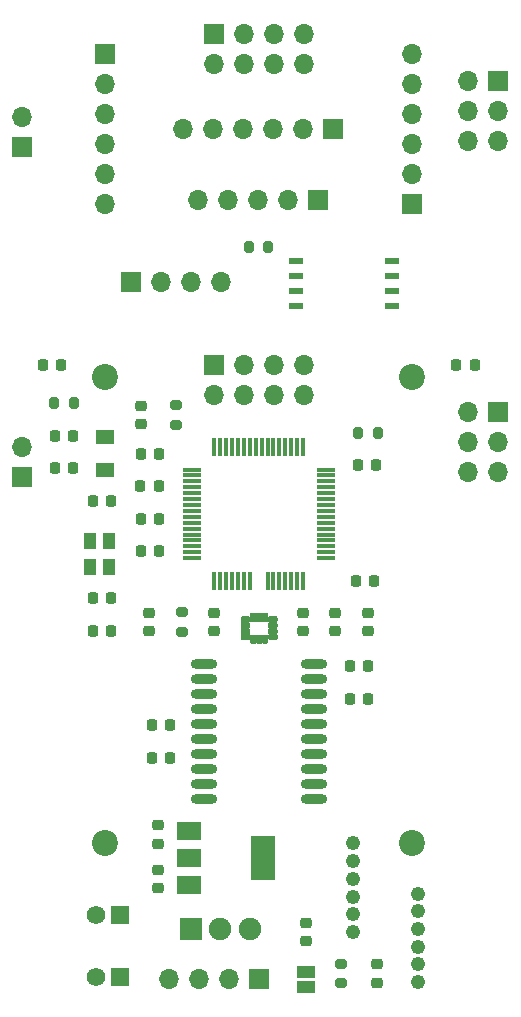
<source format=gbr>
%TF.GenerationSoftware,KiCad,Pcbnew,7.0.9*%
%TF.CreationDate,2024-02-03T23:12:42-08:00*%
%TF.ProjectId,micromouse,6d696372-6f6d-46f7-9573-652e6b696361,rev?*%
%TF.SameCoordinates,Original*%
%TF.FileFunction,Soldermask,Top*%
%TF.FilePolarity,Negative*%
%FSLAX46Y46*%
G04 Gerber Fmt 4.6, Leading zero omitted, Abs format (unit mm)*
G04 Created by KiCad (PCBNEW 7.0.9) date 2024-02-03 23:12:42*
%MOMM*%
%LPD*%
G01*
G04 APERTURE LIST*
G04 Aperture macros list*
%AMRoundRect*
0 Rectangle with rounded corners*
0 $1 Rounding radius*
0 $2 $3 $4 $5 $6 $7 $8 $9 X,Y pos of 4 corners*
0 Add a 4 corners polygon primitive as box body*
4,1,4,$2,$3,$4,$5,$6,$7,$8,$9,$2,$3,0*
0 Add four circle primitives for the rounded corners*
1,1,$1+$1,$2,$3*
1,1,$1+$1,$4,$5*
1,1,$1+$1,$6,$7*
1,1,$1+$1,$8,$9*
0 Add four rect primitives between the rounded corners*
20,1,$1+$1,$2,$3,$4,$5,0*
20,1,$1+$1,$4,$5,$6,$7,0*
20,1,$1+$1,$6,$7,$8,$9,0*
20,1,$1+$1,$8,$9,$2,$3,0*%
G04 Aperture macros list end*
%ADD10C,0.010000*%
%ADD11RoundRect,0.225000X-0.250000X0.225000X-0.250000X-0.225000X0.250000X-0.225000X0.250000X0.225000X0*%
%ADD12RoundRect,0.225000X0.225000X0.250000X-0.225000X0.250000X-0.225000X-0.250000X0.225000X-0.250000X0*%
%ADD13RoundRect,0.225000X0.250000X-0.225000X0.250000X0.225000X-0.250000X0.225000X-0.250000X-0.225000X0*%
%ADD14R,2.000000X1.500000*%
%ADD15R,2.000000X3.800000*%
%ADD16R,1.092200X1.397000*%
%ADD17R,1.700000X1.700000*%
%ADD18O,1.700000X1.700000*%
%ADD19RoundRect,0.200000X0.275000X-0.200000X0.275000X0.200000X-0.275000X0.200000X-0.275000X-0.200000X0*%
%ADD20C,2.200000*%
%ADD21R,1.900000X1.900000*%
%ADD22C,1.900000*%
%ADD23R,1.500000X1.000000*%
%ADD24RoundRect,0.102000X-0.684000X-0.684000X0.684000X-0.684000X0.684000X0.684000X-0.684000X0.684000X0*%
%ADD25C,1.572000*%
%ADD26RoundRect,0.225000X-0.225000X-0.250000X0.225000X-0.250000X0.225000X0.250000X-0.225000X0.250000X0*%
%ADD27RoundRect,0.200000X-0.275000X0.200000X-0.275000X-0.200000X0.275000X-0.200000X0.275000X0.200000X0*%
%ADD28R,1.600200X1.168400*%
%ADD29R,1.219200X0.508000*%
%ADD30RoundRect,0.200000X-0.200000X-0.275000X0.200000X-0.275000X0.200000X0.275000X-0.200000X0.275000X0*%
%ADD31RoundRect,0.200000X0.200000X0.275000X-0.200000X0.275000X-0.200000X-0.275000X0.200000X-0.275000X0*%
%ADD32RoundRect,0.075000X-0.700000X-0.075000X0.700000X-0.075000X0.700000X0.075000X-0.700000X0.075000X0*%
%ADD33RoundRect,0.075000X-0.075000X-0.700000X0.075000X-0.700000X0.075000X0.700000X-0.075000X0.700000X0*%
%ADD34RoundRect,0.218750X0.256250X-0.218750X0.256250X0.218750X-0.256250X0.218750X-0.256250X-0.218750X0*%
%ADD35C,1.244600*%
%ADD36RoundRect,0.218750X-0.218750X-0.256250X0.218750X-0.256250X0.218750X0.256250X-0.218750X0.256250X0*%
%ADD37RoundRect,0.218750X0.218750X0.256250X-0.218750X0.256250X-0.218750X-0.256250X0.218750X-0.256250X0*%
%ADD38RoundRect,0.402000X-0.725000X0.000000X-0.725000X0.000000X0.725000X0.000000X0.725000X0.000000X0*%
G04 APERTURE END LIST*
%TO.C,U2*%
D10*
X146068000Y-108276000D02*
X146075000Y-108277000D01*
X146081000Y-108278000D01*
X146087000Y-108279000D01*
X146094000Y-108281000D01*
X146100000Y-108283000D01*
X146106000Y-108286000D01*
X146112000Y-108289000D01*
X146118000Y-108292000D01*
X146123000Y-108295000D01*
X146128000Y-108299000D01*
X146134000Y-108303000D01*
X146139000Y-108307000D01*
X146143000Y-108312000D01*
X146148000Y-108316000D01*
X146152000Y-108321000D01*
X146156000Y-108327000D01*
X146160000Y-108332000D01*
X146163000Y-108338000D01*
X146166000Y-108343000D01*
X146169000Y-108349000D01*
X146172000Y-108355000D01*
X146174000Y-108361000D01*
X146176000Y-108368000D01*
X146177000Y-108374000D01*
X146178000Y-108380000D01*
X146179000Y-108387000D01*
X146180000Y-108393000D01*
X146180000Y-108400000D01*
X146180000Y-108600000D01*
X146180000Y-108607000D01*
X146179000Y-108613000D01*
X146178000Y-108620000D01*
X146177000Y-108626000D01*
X146176000Y-108632000D01*
X146174000Y-108639000D01*
X146172000Y-108645000D01*
X146169000Y-108651000D01*
X146166000Y-108657000D01*
X146163000Y-108662000D01*
X146160000Y-108668000D01*
X146156000Y-108673000D01*
X146152000Y-108679000D01*
X146148000Y-108684000D01*
X146143000Y-108688000D01*
X146139000Y-108693000D01*
X146134000Y-108697000D01*
X146128000Y-108701000D01*
X146123000Y-108705000D01*
X146118000Y-108708000D01*
X146112000Y-108711000D01*
X146106000Y-108714000D01*
X146100000Y-108717000D01*
X146094000Y-108719000D01*
X146087000Y-108721000D01*
X146081000Y-108722000D01*
X146075000Y-108723000D01*
X146068000Y-108724000D01*
X146062000Y-108725000D01*
X146055000Y-108725000D01*
X145615000Y-108725000D01*
X145608000Y-108725000D01*
X145602000Y-108724000D01*
X145595000Y-108723000D01*
X145589000Y-108722000D01*
X145583000Y-108721000D01*
X145576000Y-108719000D01*
X145570000Y-108717000D01*
X145564000Y-108714000D01*
X145558000Y-108711000D01*
X145552000Y-108708000D01*
X145547000Y-108705000D01*
X145542000Y-108701000D01*
X145536000Y-108697000D01*
X145531000Y-108693000D01*
X145527000Y-108688000D01*
X145522000Y-108684000D01*
X145518000Y-108679000D01*
X145514000Y-108673000D01*
X145510000Y-108668000D01*
X145507000Y-108662000D01*
X145504000Y-108657000D01*
X145501000Y-108651000D01*
X145498000Y-108645000D01*
X145496000Y-108639000D01*
X145494000Y-108632000D01*
X145493000Y-108626000D01*
X145492000Y-108620000D01*
X145491000Y-108613000D01*
X145490000Y-108607000D01*
X145490000Y-108600000D01*
X145490000Y-108400000D01*
X145490000Y-108393000D01*
X145491000Y-108387000D01*
X145492000Y-108380000D01*
X145493000Y-108374000D01*
X145494000Y-108368000D01*
X145496000Y-108361000D01*
X145498000Y-108355000D01*
X145501000Y-108349000D01*
X145504000Y-108343000D01*
X145507000Y-108338000D01*
X145510000Y-108332000D01*
X145514000Y-108327000D01*
X145518000Y-108321000D01*
X145522000Y-108316000D01*
X145527000Y-108312000D01*
X145531000Y-108307000D01*
X145536000Y-108303000D01*
X145542000Y-108299000D01*
X145547000Y-108295000D01*
X145552000Y-108292000D01*
X145558000Y-108289000D01*
X145564000Y-108286000D01*
X145570000Y-108283000D01*
X145576000Y-108281000D01*
X145583000Y-108279000D01*
X145589000Y-108278000D01*
X145595000Y-108277000D01*
X145602000Y-108276000D01*
X145608000Y-108275000D01*
X145615000Y-108275000D01*
X146055000Y-108275000D01*
X146062000Y-108275000D01*
X146068000Y-108276000D01*
G36*
X146068000Y-108276000D02*
G01*
X146075000Y-108277000D01*
X146081000Y-108278000D01*
X146087000Y-108279000D01*
X146094000Y-108281000D01*
X146100000Y-108283000D01*
X146106000Y-108286000D01*
X146112000Y-108289000D01*
X146118000Y-108292000D01*
X146123000Y-108295000D01*
X146128000Y-108299000D01*
X146134000Y-108303000D01*
X146139000Y-108307000D01*
X146143000Y-108312000D01*
X146148000Y-108316000D01*
X146152000Y-108321000D01*
X146156000Y-108327000D01*
X146160000Y-108332000D01*
X146163000Y-108338000D01*
X146166000Y-108343000D01*
X146169000Y-108349000D01*
X146172000Y-108355000D01*
X146174000Y-108361000D01*
X146176000Y-108368000D01*
X146177000Y-108374000D01*
X146178000Y-108380000D01*
X146179000Y-108387000D01*
X146180000Y-108393000D01*
X146180000Y-108400000D01*
X146180000Y-108600000D01*
X146180000Y-108607000D01*
X146179000Y-108613000D01*
X146178000Y-108620000D01*
X146177000Y-108626000D01*
X146176000Y-108632000D01*
X146174000Y-108639000D01*
X146172000Y-108645000D01*
X146169000Y-108651000D01*
X146166000Y-108657000D01*
X146163000Y-108662000D01*
X146160000Y-108668000D01*
X146156000Y-108673000D01*
X146152000Y-108679000D01*
X146148000Y-108684000D01*
X146143000Y-108688000D01*
X146139000Y-108693000D01*
X146134000Y-108697000D01*
X146128000Y-108701000D01*
X146123000Y-108705000D01*
X146118000Y-108708000D01*
X146112000Y-108711000D01*
X146106000Y-108714000D01*
X146100000Y-108717000D01*
X146094000Y-108719000D01*
X146087000Y-108721000D01*
X146081000Y-108722000D01*
X146075000Y-108723000D01*
X146068000Y-108724000D01*
X146062000Y-108725000D01*
X146055000Y-108725000D01*
X145615000Y-108725000D01*
X145608000Y-108725000D01*
X145602000Y-108724000D01*
X145595000Y-108723000D01*
X145589000Y-108722000D01*
X145583000Y-108721000D01*
X145576000Y-108719000D01*
X145570000Y-108717000D01*
X145564000Y-108714000D01*
X145558000Y-108711000D01*
X145552000Y-108708000D01*
X145547000Y-108705000D01*
X145542000Y-108701000D01*
X145536000Y-108697000D01*
X145531000Y-108693000D01*
X145527000Y-108688000D01*
X145522000Y-108684000D01*
X145518000Y-108679000D01*
X145514000Y-108673000D01*
X145510000Y-108668000D01*
X145507000Y-108662000D01*
X145504000Y-108657000D01*
X145501000Y-108651000D01*
X145498000Y-108645000D01*
X145496000Y-108639000D01*
X145494000Y-108632000D01*
X145493000Y-108626000D01*
X145492000Y-108620000D01*
X145491000Y-108613000D01*
X145490000Y-108607000D01*
X145490000Y-108600000D01*
X145490000Y-108400000D01*
X145490000Y-108393000D01*
X145491000Y-108387000D01*
X145492000Y-108380000D01*
X145493000Y-108374000D01*
X145494000Y-108368000D01*
X145496000Y-108361000D01*
X145498000Y-108355000D01*
X145501000Y-108349000D01*
X145504000Y-108343000D01*
X145507000Y-108338000D01*
X145510000Y-108332000D01*
X145514000Y-108327000D01*
X145518000Y-108321000D01*
X145522000Y-108316000D01*
X145527000Y-108312000D01*
X145531000Y-108307000D01*
X145536000Y-108303000D01*
X145542000Y-108299000D01*
X145547000Y-108295000D01*
X145552000Y-108292000D01*
X145558000Y-108289000D01*
X145564000Y-108286000D01*
X145570000Y-108283000D01*
X145576000Y-108281000D01*
X145583000Y-108279000D01*
X145589000Y-108278000D01*
X145595000Y-108277000D01*
X145602000Y-108276000D01*
X145608000Y-108275000D01*
X145615000Y-108275000D01*
X146055000Y-108275000D01*
X146062000Y-108275000D01*
X146068000Y-108276000D01*
G37*
X146068000Y-108776000D02*
X146075000Y-108777000D01*
X146081000Y-108778000D01*
X146087000Y-108779000D01*
X146094000Y-108781000D01*
X146100000Y-108783000D01*
X146106000Y-108786000D01*
X146112000Y-108789000D01*
X146118000Y-108792000D01*
X146123000Y-108795000D01*
X146128000Y-108799000D01*
X146134000Y-108803000D01*
X146139000Y-108807000D01*
X146143000Y-108812000D01*
X146148000Y-108816000D01*
X146152000Y-108821000D01*
X146156000Y-108827000D01*
X146160000Y-108832000D01*
X146163000Y-108838000D01*
X146166000Y-108843000D01*
X146169000Y-108849000D01*
X146172000Y-108855000D01*
X146174000Y-108861000D01*
X146176000Y-108868000D01*
X146177000Y-108874000D01*
X146178000Y-108880000D01*
X146179000Y-108887000D01*
X146180000Y-108893000D01*
X146180000Y-108900000D01*
X146180000Y-109100000D01*
X146180000Y-109107000D01*
X146179000Y-109113000D01*
X146178000Y-109120000D01*
X146177000Y-109126000D01*
X146176000Y-109132000D01*
X146174000Y-109139000D01*
X146172000Y-109145000D01*
X146169000Y-109151000D01*
X146166000Y-109157000D01*
X146163000Y-109162000D01*
X146160000Y-109168000D01*
X146156000Y-109173000D01*
X146152000Y-109179000D01*
X146148000Y-109184000D01*
X146143000Y-109188000D01*
X146139000Y-109193000D01*
X146134000Y-109197000D01*
X146128000Y-109201000D01*
X146123000Y-109205000D01*
X146118000Y-109208000D01*
X146112000Y-109211000D01*
X146106000Y-109214000D01*
X146100000Y-109217000D01*
X146094000Y-109219000D01*
X146087000Y-109221000D01*
X146081000Y-109222000D01*
X146075000Y-109223000D01*
X146068000Y-109224000D01*
X146062000Y-109225000D01*
X146055000Y-109225000D01*
X145615000Y-109225000D01*
X145608000Y-109225000D01*
X145602000Y-109224000D01*
X145595000Y-109223000D01*
X145589000Y-109222000D01*
X145583000Y-109221000D01*
X145576000Y-109219000D01*
X145570000Y-109217000D01*
X145564000Y-109214000D01*
X145558000Y-109211000D01*
X145552000Y-109208000D01*
X145547000Y-109205000D01*
X145542000Y-109201000D01*
X145536000Y-109197000D01*
X145531000Y-109193000D01*
X145527000Y-109188000D01*
X145522000Y-109184000D01*
X145518000Y-109179000D01*
X145514000Y-109173000D01*
X145510000Y-109168000D01*
X145507000Y-109162000D01*
X145504000Y-109157000D01*
X145501000Y-109151000D01*
X145498000Y-109145000D01*
X145496000Y-109139000D01*
X145494000Y-109132000D01*
X145493000Y-109126000D01*
X145492000Y-109120000D01*
X145491000Y-109113000D01*
X145490000Y-109107000D01*
X145490000Y-109100000D01*
X145490000Y-108900000D01*
X145490000Y-108893000D01*
X145491000Y-108887000D01*
X145492000Y-108880000D01*
X145493000Y-108874000D01*
X145494000Y-108868000D01*
X145496000Y-108861000D01*
X145498000Y-108855000D01*
X145501000Y-108849000D01*
X145504000Y-108843000D01*
X145507000Y-108838000D01*
X145510000Y-108832000D01*
X145514000Y-108827000D01*
X145518000Y-108821000D01*
X145522000Y-108816000D01*
X145527000Y-108812000D01*
X145531000Y-108807000D01*
X145536000Y-108803000D01*
X145542000Y-108799000D01*
X145547000Y-108795000D01*
X145552000Y-108792000D01*
X145558000Y-108789000D01*
X145564000Y-108786000D01*
X145570000Y-108783000D01*
X145576000Y-108781000D01*
X145583000Y-108779000D01*
X145589000Y-108778000D01*
X145595000Y-108777000D01*
X145602000Y-108776000D01*
X145608000Y-108775000D01*
X145615000Y-108775000D01*
X146055000Y-108775000D01*
X146062000Y-108775000D01*
X146068000Y-108776000D01*
G36*
X146068000Y-108776000D02*
G01*
X146075000Y-108777000D01*
X146081000Y-108778000D01*
X146087000Y-108779000D01*
X146094000Y-108781000D01*
X146100000Y-108783000D01*
X146106000Y-108786000D01*
X146112000Y-108789000D01*
X146118000Y-108792000D01*
X146123000Y-108795000D01*
X146128000Y-108799000D01*
X146134000Y-108803000D01*
X146139000Y-108807000D01*
X146143000Y-108812000D01*
X146148000Y-108816000D01*
X146152000Y-108821000D01*
X146156000Y-108827000D01*
X146160000Y-108832000D01*
X146163000Y-108838000D01*
X146166000Y-108843000D01*
X146169000Y-108849000D01*
X146172000Y-108855000D01*
X146174000Y-108861000D01*
X146176000Y-108868000D01*
X146177000Y-108874000D01*
X146178000Y-108880000D01*
X146179000Y-108887000D01*
X146180000Y-108893000D01*
X146180000Y-108900000D01*
X146180000Y-109100000D01*
X146180000Y-109107000D01*
X146179000Y-109113000D01*
X146178000Y-109120000D01*
X146177000Y-109126000D01*
X146176000Y-109132000D01*
X146174000Y-109139000D01*
X146172000Y-109145000D01*
X146169000Y-109151000D01*
X146166000Y-109157000D01*
X146163000Y-109162000D01*
X146160000Y-109168000D01*
X146156000Y-109173000D01*
X146152000Y-109179000D01*
X146148000Y-109184000D01*
X146143000Y-109188000D01*
X146139000Y-109193000D01*
X146134000Y-109197000D01*
X146128000Y-109201000D01*
X146123000Y-109205000D01*
X146118000Y-109208000D01*
X146112000Y-109211000D01*
X146106000Y-109214000D01*
X146100000Y-109217000D01*
X146094000Y-109219000D01*
X146087000Y-109221000D01*
X146081000Y-109222000D01*
X146075000Y-109223000D01*
X146068000Y-109224000D01*
X146062000Y-109225000D01*
X146055000Y-109225000D01*
X145615000Y-109225000D01*
X145608000Y-109225000D01*
X145602000Y-109224000D01*
X145595000Y-109223000D01*
X145589000Y-109222000D01*
X145583000Y-109221000D01*
X145576000Y-109219000D01*
X145570000Y-109217000D01*
X145564000Y-109214000D01*
X145558000Y-109211000D01*
X145552000Y-109208000D01*
X145547000Y-109205000D01*
X145542000Y-109201000D01*
X145536000Y-109197000D01*
X145531000Y-109193000D01*
X145527000Y-109188000D01*
X145522000Y-109184000D01*
X145518000Y-109179000D01*
X145514000Y-109173000D01*
X145510000Y-109168000D01*
X145507000Y-109162000D01*
X145504000Y-109157000D01*
X145501000Y-109151000D01*
X145498000Y-109145000D01*
X145496000Y-109139000D01*
X145494000Y-109132000D01*
X145493000Y-109126000D01*
X145492000Y-109120000D01*
X145491000Y-109113000D01*
X145490000Y-109107000D01*
X145490000Y-109100000D01*
X145490000Y-108900000D01*
X145490000Y-108893000D01*
X145491000Y-108887000D01*
X145492000Y-108880000D01*
X145493000Y-108874000D01*
X145494000Y-108868000D01*
X145496000Y-108861000D01*
X145498000Y-108855000D01*
X145501000Y-108849000D01*
X145504000Y-108843000D01*
X145507000Y-108838000D01*
X145510000Y-108832000D01*
X145514000Y-108827000D01*
X145518000Y-108821000D01*
X145522000Y-108816000D01*
X145527000Y-108812000D01*
X145531000Y-108807000D01*
X145536000Y-108803000D01*
X145542000Y-108799000D01*
X145547000Y-108795000D01*
X145552000Y-108792000D01*
X145558000Y-108789000D01*
X145564000Y-108786000D01*
X145570000Y-108783000D01*
X145576000Y-108781000D01*
X145583000Y-108779000D01*
X145589000Y-108778000D01*
X145595000Y-108777000D01*
X145602000Y-108776000D01*
X145608000Y-108775000D01*
X145615000Y-108775000D01*
X146055000Y-108775000D01*
X146062000Y-108775000D01*
X146068000Y-108776000D01*
G37*
X146068000Y-109276000D02*
X146075000Y-109277000D01*
X146081000Y-109278000D01*
X146087000Y-109279000D01*
X146094000Y-109281000D01*
X146100000Y-109283000D01*
X146106000Y-109286000D01*
X146112000Y-109289000D01*
X146118000Y-109292000D01*
X146123000Y-109295000D01*
X146128000Y-109299000D01*
X146134000Y-109303000D01*
X146139000Y-109307000D01*
X146143000Y-109312000D01*
X146148000Y-109316000D01*
X146152000Y-109321000D01*
X146156000Y-109327000D01*
X146160000Y-109332000D01*
X146163000Y-109338000D01*
X146166000Y-109343000D01*
X146169000Y-109349000D01*
X146172000Y-109355000D01*
X146174000Y-109361000D01*
X146176000Y-109368000D01*
X146177000Y-109374000D01*
X146178000Y-109380000D01*
X146179000Y-109387000D01*
X146180000Y-109393000D01*
X146180000Y-109400000D01*
X146180000Y-109600000D01*
X146180000Y-109607000D01*
X146179000Y-109613000D01*
X146178000Y-109620000D01*
X146177000Y-109626000D01*
X146176000Y-109632000D01*
X146174000Y-109639000D01*
X146172000Y-109645000D01*
X146169000Y-109651000D01*
X146166000Y-109657000D01*
X146163000Y-109662000D01*
X146160000Y-109668000D01*
X146156000Y-109673000D01*
X146152000Y-109679000D01*
X146148000Y-109684000D01*
X146143000Y-109688000D01*
X146139000Y-109693000D01*
X146134000Y-109697000D01*
X146128000Y-109701000D01*
X146123000Y-109705000D01*
X146118000Y-109708000D01*
X146112000Y-109711000D01*
X146106000Y-109714000D01*
X146100000Y-109717000D01*
X146094000Y-109719000D01*
X146087000Y-109721000D01*
X146081000Y-109722000D01*
X146075000Y-109723000D01*
X146068000Y-109724000D01*
X146062000Y-109725000D01*
X146055000Y-109725000D01*
X145615000Y-109725000D01*
X145608000Y-109725000D01*
X145602000Y-109724000D01*
X145595000Y-109723000D01*
X145589000Y-109722000D01*
X145583000Y-109721000D01*
X145576000Y-109719000D01*
X145570000Y-109717000D01*
X145564000Y-109714000D01*
X145558000Y-109711000D01*
X145552000Y-109708000D01*
X145547000Y-109705000D01*
X145542000Y-109701000D01*
X145536000Y-109697000D01*
X145531000Y-109693000D01*
X145527000Y-109688000D01*
X145522000Y-109684000D01*
X145518000Y-109679000D01*
X145514000Y-109673000D01*
X145510000Y-109668000D01*
X145507000Y-109662000D01*
X145504000Y-109657000D01*
X145501000Y-109651000D01*
X145498000Y-109645000D01*
X145496000Y-109639000D01*
X145494000Y-109632000D01*
X145493000Y-109626000D01*
X145492000Y-109620000D01*
X145491000Y-109613000D01*
X145490000Y-109607000D01*
X145490000Y-109600000D01*
X145490000Y-109400000D01*
X145490000Y-109393000D01*
X145491000Y-109387000D01*
X145492000Y-109380000D01*
X145493000Y-109374000D01*
X145494000Y-109368000D01*
X145496000Y-109361000D01*
X145498000Y-109355000D01*
X145501000Y-109349000D01*
X145504000Y-109343000D01*
X145507000Y-109338000D01*
X145510000Y-109332000D01*
X145514000Y-109327000D01*
X145518000Y-109321000D01*
X145522000Y-109316000D01*
X145527000Y-109312000D01*
X145531000Y-109307000D01*
X145536000Y-109303000D01*
X145542000Y-109299000D01*
X145547000Y-109295000D01*
X145552000Y-109292000D01*
X145558000Y-109289000D01*
X145564000Y-109286000D01*
X145570000Y-109283000D01*
X145576000Y-109281000D01*
X145583000Y-109279000D01*
X145589000Y-109278000D01*
X145595000Y-109277000D01*
X145602000Y-109276000D01*
X145608000Y-109275000D01*
X145615000Y-109275000D01*
X146055000Y-109275000D01*
X146062000Y-109275000D01*
X146068000Y-109276000D01*
G36*
X146068000Y-109276000D02*
G01*
X146075000Y-109277000D01*
X146081000Y-109278000D01*
X146087000Y-109279000D01*
X146094000Y-109281000D01*
X146100000Y-109283000D01*
X146106000Y-109286000D01*
X146112000Y-109289000D01*
X146118000Y-109292000D01*
X146123000Y-109295000D01*
X146128000Y-109299000D01*
X146134000Y-109303000D01*
X146139000Y-109307000D01*
X146143000Y-109312000D01*
X146148000Y-109316000D01*
X146152000Y-109321000D01*
X146156000Y-109327000D01*
X146160000Y-109332000D01*
X146163000Y-109338000D01*
X146166000Y-109343000D01*
X146169000Y-109349000D01*
X146172000Y-109355000D01*
X146174000Y-109361000D01*
X146176000Y-109368000D01*
X146177000Y-109374000D01*
X146178000Y-109380000D01*
X146179000Y-109387000D01*
X146180000Y-109393000D01*
X146180000Y-109400000D01*
X146180000Y-109600000D01*
X146180000Y-109607000D01*
X146179000Y-109613000D01*
X146178000Y-109620000D01*
X146177000Y-109626000D01*
X146176000Y-109632000D01*
X146174000Y-109639000D01*
X146172000Y-109645000D01*
X146169000Y-109651000D01*
X146166000Y-109657000D01*
X146163000Y-109662000D01*
X146160000Y-109668000D01*
X146156000Y-109673000D01*
X146152000Y-109679000D01*
X146148000Y-109684000D01*
X146143000Y-109688000D01*
X146139000Y-109693000D01*
X146134000Y-109697000D01*
X146128000Y-109701000D01*
X146123000Y-109705000D01*
X146118000Y-109708000D01*
X146112000Y-109711000D01*
X146106000Y-109714000D01*
X146100000Y-109717000D01*
X146094000Y-109719000D01*
X146087000Y-109721000D01*
X146081000Y-109722000D01*
X146075000Y-109723000D01*
X146068000Y-109724000D01*
X146062000Y-109725000D01*
X146055000Y-109725000D01*
X145615000Y-109725000D01*
X145608000Y-109725000D01*
X145602000Y-109724000D01*
X145595000Y-109723000D01*
X145589000Y-109722000D01*
X145583000Y-109721000D01*
X145576000Y-109719000D01*
X145570000Y-109717000D01*
X145564000Y-109714000D01*
X145558000Y-109711000D01*
X145552000Y-109708000D01*
X145547000Y-109705000D01*
X145542000Y-109701000D01*
X145536000Y-109697000D01*
X145531000Y-109693000D01*
X145527000Y-109688000D01*
X145522000Y-109684000D01*
X145518000Y-109679000D01*
X145514000Y-109673000D01*
X145510000Y-109668000D01*
X145507000Y-109662000D01*
X145504000Y-109657000D01*
X145501000Y-109651000D01*
X145498000Y-109645000D01*
X145496000Y-109639000D01*
X145494000Y-109632000D01*
X145493000Y-109626000D01*
X145492000Y-109620000D01*
X145491000Y-109613000D01*
X145490000Y-109607000D01*
X145490000Y-109600000D01*
X145490000Y-109400000D01*
X145490000Y-109393000D01*
X145491000Y-109387000D01*
X145492000Y-109380000D01*
X145493000Y-109374000D01*
X145494000Y-109368000D01*
X145496000Y-109361000D01*
X145498000Y-109355000D01*
X145501000Y-109349000D01*
X145504000Y-109343000D01*
X145507000Y-109338000D01*
X145510000Y-109332000D01*
X145514000Y-109327000D01*
X145518000Y-109321000D01*
X145522000Y-109316000D01*
X145527000Y-109312000D01*
X145531000Y-109307000D01*
X145536000Y-109303000D01*
X145542000Y-109299000D01*
X145547000Y-109295000D01*
X145552000Y-109292000D01*
X145558000Y-109289000D01*
X145564000Y-109286000D01*
X145570000Y-109283000D01*
X145576000Y-109281000D01*
X145583000Y-109279000D01*
X145589000Y-109278000D01*
X145595000Y-109277000D01*
X145602000Y-109276000D01*
X145608000Y-109275000D01*
X145615000Y-109275000D01*
X146055000Y-109275000D01*
X146062000Y-109275000D01*
X146068000Y-109276000D01*
G37*
X146068000Y-109776000D02*
X146075000Y-109777000D01*
X146081000Y-109778000D01*
X146087000Y-109779000D01*
X146094000Y-109781000D01*
X146100000Y-109783000D01*
X146106000Y-109786000D01*
X146112000Y-109789000D01*
X146118000Y-109792000D01*
X146123000Y-109795000D01*
X146128000Y-109799000D01*
X146134000Y-109803000D01*
X146139000Y-109807000D01*
X146143000Y-109812000D01*
X146148000Y-109816000D01*
X146152000Y-109821000D01*
X146156000Y-109827000D01*
X146160000Y-109832000D01*
X146163000Y-109838000D01*
X146166000Y-109843000D01*
X146169000Y-109849000D01*
X146172000Y-109855000D01*
X146174000Y-109861000D01*
X146176000Y-109868000D01*
X146177000Y-109874000D01*
X146178000Y-109880000D01*
X146179000Y-109887000D01*
X146180000Y-109893000D01*
X146180000Y-109900000D01*
X146180000Y-110100000D01*
X146180000Y-110107000D01*
X146179000Y-110113000D01*
X146178000Y-110120000D01*
X146177000Y-110126000D01*
X146176000Y-110132000D01*
X146174000Y-110139000D01*
X146172000Y-110145000D01*
X146169000Y-110151000D01*
X146166000Y-110157000D01*
X146163000Y-110162000D01*
X146160000Y-110168000D01*
X146156000Y-110173000D01*
X146152000Y-110179000D01*
X146148000Y-110184000D01*
X146143000Y-110188000D01*
X146139000Y-110193000D01*
X146134000Y-110197000D01*
X146128000Y-110201000D01*
X146123000Y-110205000D01*
X146118000Y-110208000D01*
X146112000Y-110211000D01*
X146106000Y-110214000D01*
X146100000Y-110217000D01*
X146094000Y-110219000D01*
X146087000Y-110221000D01*
X146081000Y-110222000D01*
X146075000Y-110223000D01*
X146068000Y-110224000D01*
X146062000Y-110225000D01*
X146055000Y-110225000D01*
X145615000Y-110225000D01*
X145608000Y-110225000D01*
X145602000Y-110224000D01*
X145595000Y-110223000D01*
X145589000Y-110222000D01*
X145583000Y-110221000D01*
X145576000Y-110219000D01*
X145570000Y-110217000D01*
X145564000Y-110214000D01*
X145558000Y-110211000D01*
X145552000Y-110208000D01*
X145547000Y-110205000D01*
X145542000Y-110201000D01*
X145536000Y-110197000D01*
X145531000Y-110193000D01*
X145527000Y-110188000D01*
X145522000Y-110184000D01*
X145518000Y-110179000D01*
X145514000Y-110173000D01*
X145510000Y-110168000D01*
X145507000Y-110162000D01*
X145504000Y-110157000D01*
X145501000Y-110151000D01*
X145498000Y-110145000D01*
X145496000Y-110139000D01*
X145494000Y-110132000D01*
X145493000Y-110126000D01*
X145492000Y-110120000D01*
X145491000Y-110113000D01*
X145490000Y-110107000D01*
X145490000Y-110100000D01*
X145490000Y-109900000D01*
X145490000Y-109893000D01*
X145491000Y-109887000D01*
X145492000Y-109880000D01*
X145493000Y-109874000D01*
X145494000Y-109868000D01*
X145496000Y-109861000D01*
X145498000Y-109855000D01*
X145501000Y-109849000D01*
X145504000Y-109843000D01*
X145507000Y-109838000D01*
X145510000Y-109832000D01*
X145514000Y-109827000D01*
X145518000Y-109821000D01*
X145522000Y-109816000D01*
X145527000Y-109812000D01*
X145531000Y-109807000D01*
X145536000Y-109803000D01*
X145542000Y-109799000D01*
X145547000Y-109795000D01*
X145552000Y-109792000D01*
X145558000Y-109789000D01*
X145564000Y-109786000D01*
X145570000Y-109783000D01*
X145576000Y-109781000D01*
X145583000Y-109779000D01*
X145589000Y-109778000D01*
X145595000Y-109777000D01*
X145602000Y-109776000D01*
X145608000Y-109775000D01*
X145615000Y-109775000D01*
X146055000Y-109775000D01*
X146062000Y-109775000D01*
X146068000Y-109776000D01*
G36*
X146068000Y-109776000D02*
G01*
X146075000Y-109777000D01*
X146081000Y-109778000D01*
X146087000Y-109779000D01*
X146094000Y-109781000D01*
X146100000Y-109783000D01*
X146106000Y-109786000D01*
X146112000Y-109789000D01*
X146118000Y-109792000D01*
X146123000Y-109795000D01*
X146128000Y-109799000D01*
X146134000Y-109803000D01*
X146139000Y-109807000D01*
X146143000Y-109812000D01*
X146148000Y-109816000D01*
X146152000Y-109821000D01*
X146156000Y-109827000D01*
X146160000Y-109832000D01*
X146163000Y-109838000D01*
X146166000Y-109843000D01*
X146169000Y-109849000D01*
X146172000Y-109855000D01*
X146174000Y-109861000D01*
X146176000Y-109868000D01*
X146177000Y-109874000D01*
X146178000Y-109880000D01*
X146179000Y-109887000D01*
X146180000Y-109893000D01*
X146180000Y-109900000D01*
X146180000Y-110100000D01*
X146180000Y-110107000D01*
X146179000Y-110113000D01*
X146178000Y-110120000D01*
X146177000Y-110126000D01*
X146176000Y-110132000D01*
X146174000Y-110139000D01*
X146172000Y-110145000D01*
X146169000Y-110151000D01*
X146166000Y-110157000D01*
X146163000Y-110162000D01*
X146160000Y-110168000D01*
X146156000Y-110173000D01*
X146152000Y-110179000D01*
X146148000Y-110184000D01*
X146143000Y-110188000D01*
X146139000Y-110193000D01*
X146134000Y-110197000D01*
X146128000Y-110201000D01*
X146123000Y-110205000D01*
X146118000Y-110208000D01*
X146112000Y-110211000D01*
X146106000Y-110214000D01*
X146100000Y-110217000D01*
X146094000Y-110219000D01*
X146087000Y-110221000D01*
X146081000Y-110222000D01*
X146075000Y-110223000D01*
X146068000Y-110224000D01*
X146062000Y-110225000D01*
X146055000Y-110225000D01*
X145615000Y-110225000D01*
X145608000Y-110225000D01*
X145602000Y-110224000D01*
X145595000Y-110223000D01*
X145589000Y-110222000D01*
X145583000Y-110221000D01*
X145576000Y-110219000D01*
X145570000Y-110217000D01*
X145564000Y-110214000D01*
X145558000Y-110211000D01*
X145552000Y-110208000D01*
X145547000Y-110205000D01*
X145542000Y-110201000D01*
X145536000Y-110197000D01*
X145531000Y-110193000D01*
X145527000Y-110188000D01*
X145522000Y-110184000D01*
X145518000Y-110179000D01*
X145514000Y-110173000D01*
X145510000Y-110168000D01*
X145507000Y-110162000D01*
X145504000Y-110157000D01*
X145501000Y-110151000D01*
X145498000Y-110145000D01*
X145496000Y-110139000D01*
X145494000Y-110132000D01*
X145493000Y-110126000D01*
X145492000Y-110120000D01*
X145491000Y-110113000D01*
X145490000Y-110107000D01*
X145490000Y-110100000D01*
X145490000Y-109900000D01*
X145490000Y-109893000D01*
X145491000Y-109887000D01*
X145492000Y-109880000D01*
X145493000Y-109874000D01*
X145494000Y-109868000D01*
X145496000Y-109861000D01*
X145498000Y-109855000D01*
X145501000Y-109849000D01*
X145504000Y-109843000D01*
X145507000Y-109838000D01*
X145510000Y-109832000D01*
X145514000Y-109827000D01*
X145518000Y-109821000D01*
X145522000Y-109816000D01*
X145527000Y-109812000D01*
X145531000Y-109807000D01*
X145536000Y-109803000D01*
X145542000Y-109799000D01*
X145547000Y-109795000D01*
X145552000Y-109792000D01*
X145558000Y-109789000D01*
X145564000Y-109786000D01*
X145570000Y-109783000D01*
X145576000Y-109781000D01*
X145583000Y-109779000D01*
X145589000Y-109778000D01*
X145595000Y-109777000D01*
X145602000Y-109776000D01*
X145608000Y-109775000D01*
X145615000Y-109775000D01*
X146055000Y-109775000D01*
X146062000Y-109775000D01*
X146068000Y-109776000D01*
G37*
X146613000Y-107991000D02*
X146620000Y-107992000D01*
X146626000Y-107993000D01*
X146632000Y-107994000D01*
X146639000Y-107996000D01*
X146645000Y-107998000D01*
X146651000Y-108001000D01*
X146657000Y-108004000D01*
X146662000Y-108007000D01*
X146668000Y-108010000D01*
X146673000Y-108014000D01*
X146679000Y-108018000D01*
X146684000Y-108022000D01*
X146688000Y-108027000D01*
X146693000Y-108031000D01*
X146697000Y-108036000D01*
X146701000Y-108042000D01*
X146705000Y-108047000D01*
X146708000Y-108052000D01*
X146711000Y-108058000D01*
X146714000Y-108064000D01*
X146717000Y-108070000D01*
X146719000Y-108076000D01*
X146721000Y-108083000D01*
X146722000Y-108089000D01*
X146723000Y-108095000D01*
X146724000Y-108102000D01*
X146725000Y-108108000D01*
X146725000Y-108115000D01*
X146725000Y-108555000D01*
X146725000Y-108562000D01*
X146724000Y-108568000D01*
X146723000Y-108575000D01*
X146722000Y-108581000D01*
X146721000Y-108587000D01*
X146719000Y-108594000D01*
X146717000Y-108600000D01*
X146714000Y-108606000D01*
X146711000Y-108612000D01*
X146708000Y-108618000D01*
X146705000Y-108623000D01*
X146701000Y-108628000D01*
X146697000Y-108634000D01*
X146693000Y-108639000D01*
X146688000Y-108643000D01*
X146684000Y-108648000D01*
X146679000Y-108652000D01*
X146673000Y-108656000D01*
X146668000Y-108660000D01*
X146662000Y-108663000D01*
X146657000Y-108666000D01*
X146651000Y-108669000D01*
X146645000Y-108672000D01*
X146639000Y-108674000D01*
X146632000Y-108676000D01*
X146626000Y-108677000D01*
X146620000Y-108678000D01*
X146613000Y-108679000D01*
X146607000Y-108680000D01*
X146600000Y-108680000D01*
X146400000Y-108680000D01*
X146393000Y-108680000D01*
X146387000Y-108679000D01*
X146380000Y-108678000D01*
X146374000Y-108677000D01*
X146368000Y-108676000D01*
X146361000Y-108674000D01*
X146355000Y-108672000D01*
X146349000Y-108669000D01*
X146343000Y-108666000D01*
X146337000Y-108663000D01*
X146332000Y-108660000D01*
X146327000Y-108656000D01*
X146321000Y-108652000D01*
X146316000Y-108648000D01*
X146312000Y-108643000D01*
X146307000Y-108639000D01*
X146303000Y-108634000D01*
X146299000Y-108628000D01*
X146295000Y-108623000D01*
X146292000Y-108618000D01*
X146289000Y-108612000D01*
X146286000Y-108606000D01*
X146283000Y-108600000D01*
X146281000Y-108594000D01*
X146279000Y-108587000D01*
X146278000Y-108581000D01*
X146277000Y-108575000D01*
X146276000Y-108568000D01*
X146275000Y-108562000D01*
X146275000Y-108555000D01*
X146275000Y-108115000D01*
X146275000Y-108108000D01*
X146276000Y-108102000D01*
X146277000Y-108095000D01*
X146278000Y-108089000D01*
X146279000Y-108083000D01*
X146281000Y-108076000D01*
X146283000Y-108070000D01*
X146286000Y-108064000D01*
X146289000Y-108058000D01*
X146292000Y-108052000D01*
X146295000Y-108047000D01*
X146299000Y-108042000D01*
X146303000Y-108036000D01*
X146307000Y-108031000D01*
X146312000Y-108027000D01*
X146316000Y-108022000D01*
X146321000Y-108018000D01*
X146327000Y-108014000D01*
X146332000Y-108010000D01*
X146338000Y-108007000D01*
X146343000Y-108004000D01*
X146349000Y-108001000D01*
X146355000Y-107998000D01*
X146361000Y-107996000D01*
X146368000Y-107994000D01*
X146374000Y-107993000D01*
X146380000Y-107992000D01*
X146387000Y-107991000D01*
X146393000Y-107990000D01*
X146400000Y-107990000D01*
X146600000Y-107990000D01*
X146607000Y-107990000D01*
X146613000Y-107991000D01*
G36*
X146613000Y-107991000D02*
G01*
X146620000Y-107992000D01*
X146626000Y-107993000D01*
X146632000Y-107994000D01*
X146639000Y-107996000D01*
X146645000Y-107998000D01*
X146651000Y-108001000D01*
X146657000Y-108004000D01*
X146662000Y-108007000D01*
X146668000Y-108010000D01*
X146673000Y-108014000D01*
X146679000Y-108018000D01*
X146684000Y-108022000D01*
X146688000Y-108027000D01*
X146693000Y-108031000D01*
X146697000Y-108036000D01*
X146701000Y-108042000D01*
X146705000Y-108047000D01*
X146708000Y-108052000D01*
X146711000Y-108058000D01*
X146714000Y-108064000D01*
X146717000Y-108070000D01*
X146719000Y-108076000D01*
X146721000Y-108083000D01*
X146722000Y-108089000D01*
X146723000Y-108095000D01*
X146724000Y-108102000D01*
X146725000Y-108108000D01*
X146725000Y-108115000D01*
X146725000Y-108555000D01*
X146725000Y-108562000D01*
X146724000Y-108568000D01*
X146723000Y-108575000D01*
X146722000Y-108581000D01*
X146721000Y-108587000D01*
X146719000Y-108594000D01*
X146717000Y-108600000D01*
X146714000Y-108606000D01*
X146711000Y-108612000D01*
X146708000Y-108618000D01*
X146705000Y-108623000D01*
X146701000Y-108628000D01*
X146697000Y-108634000D01*
X146693000Y-108639000D01*
X146688000Y-108643000D01*
X146684000Y-108648000D01*
X146679000Y-108652000D01*
X146673000Y-108656000D01*
X146668000Y-108660000D01*
X146662000Y-108663000D01*
X146657000Y-108666000D01*
X146651000Y-108669000D01*
X146645000Y-108672000D01*
X146639000Y-108674000D01*
X146632000Y-108676000D01*
X146626000Y-108677000D01*
X146620000Y-108678000D01*
X146613000Y-108679000D01*
X146607000Y-108680000D01*
X146600000Y-108680000D01*
X146400000Y-108680000D01*
X146393000Y-108680000D01*
X146387000Y-108679000D01*
X146380000Y-108678000D01*
X146374000Y-108677000D01*
X146368000Y-108676000D01*
X146361000Y-108674000D01*
X146355000Y-108672000D01*
X146349000Y-108669000D01*
X146343000Y-108666000D01*
X146337000Y-108663000D01*
X146332000Y-108660000D01*
X146327000Y-108656000D01*
X146321000Y-108652000D01*
X146316000Y-108648000D01*
X146312000Y-108643000D01*
X146307000Y-108639000D01*
X146303000Y-108634000D01*
X146299000Y-108628000D01*
X146295000Y-108623000D01*
X146292000Y-108618000D01*
X146289000Y-108612000D01*
X146286000Y-108606000D01*
X146283000Y-108600000D01*
X146281000Y-108594000D01*
X146279000Y-108587000D01*
X146278000Y-108581000D01*
X146277000Y-108575000D01*
X146276000Y-108568000D01*
X146275000Y-108562000D01*
X146275000Y-108555000D01*
X146275000Y-108115000D01*
X146275000Y-108108000D01*
X146276000Y-108102000D01*
X146277000Y-108095000D01*
X146278000Y-108089000D01*
X146279000Y-108083000D01*
X146281000Y-108076000D01*
X146283000Y-108070000D01*
X146286000Y-108064000D01*
X146289000Y-108058000D01*
X146292000Y-108052000D01*
X146295000Y-108047000D01*
X146299000Y-108042000D01*
X146303000Y-108036000D01*
X146307000Y-108031000D01*
X146312000Y-108027000D01*
X146316000Y-108022000D01*
X146321000Y-108018000D01*
X146327000Y-108014000D01*
X146332000Y-108010000D01*
X146338000Y-108007000D01*
X146343000Y-108004000D01*
X146349000Y-108001000D01*
X146355000Y-107998000D01*
X146361000Y-107996000D01*
X146368000Y-107994000D01*
X146374000Y-107993000D01*
X146380000Y-107992000D01*
X146387000Y-107991000D01*
X146393000Y-107990000D01*
X146400000Y-107990000D01*
X146600000Y-107990000D01*
X146607000Y-107990000D01*
X146613000Y-107991000D01*
G37*
X146613000Y-109821000D02*
X146620000Y-109822000D01*
X146626000Y-109823000D01*
X146632000Y-109824000D01*
X146639000Y-109826000D01*
X146645000Y-109828000D01*
X146651000Y-109831000D01*
X146657000Y-109834000D01*
X146662000Y-109837000D01*
X146668000Y-109840000D01*
X146673000Y-109844000D01*
X146679000Y-109848000D01*
X146684000Y-109852000D01*
X146688000Y-109857000D01*
X146693000Y-109861000D01*
X146697000Y-109866000D01*
X146701000Y-109872000D01*
X146705000Y-109877000D01*
X146708000Y-109882000D01*
X146711000Y-109888000D01*
X146714000Y-109894000D01*
X146717000Y-109900000D01*
X146719000Y-109906000D01*
X146721000Y-109913000D01*
X146722000Y-109919000D01*
X146723000Y-109925000D01*
X146724000Y-109932000D01*
X146725000Y-109938000D01*
X146725000Y-109945000D01*
X146725000Y-110385000D01*
X146725000Y-110392000D01*
X146724000Y-110398000D01*
X146723000Y-110405000D01*
X146722000Y-110411000D01*
X146721000Y-110417000D01*
X146719000Y-110424000D01*
X146717000Y-110430000D01*
X146714000Y-110436000D01*
X146711000Y-110442000D01*
X146708000Y-110448000D01*
X146705000Y-110453000D01*
X146701000Y-110458000D01*
X146697000Y-110464000D01*
X146693000Y-110469000D01*
X146688000Y-110473000D01*
X146684000Y-110478000D01*
X146679000Y-110482000D01*
X146673000Y-110486000D01*
X146668000Y-110490000D01*
X146662000Y-110493000D01*
X146657000Y-110496000D01*
X146651000Y-110499000D01*
X146645000Y-110502000D01*
X146639000Y-110504000D01*
X146632000Y-110506000D01*
X146626000Y-110507000D01*
X146620000Y-110508000D01*
X146613000Y-110509000D01*
X146607000Y-110510000D01*
X146600000Y-110510000D01*
X146400000Y-110510000D01*
X146393000Y-110510000D01*
X146387000Y-110509000D01*
X146380000Y-110508000D01*
X146374000Y-110507000D01*
X146368000Y-110506000D01*
X146361000Y-110504000D01*
X146355000Y-110502000D01*
X146349000Y-110499000D01*
X146343000Y-110496000D01*
X146337000Y-110493000D01*
X146332000Y-110490000D01*
X146327000Y-110486000D01*
X146321000Y-110482000D01*
X146316000Y-110478000D01*
X146312000Y-110473000D01*
X146307000Y-110469000D01*
X146303000Y-110464000D01*
X146299000Y-110458000D01*
X146295000Y-110453000D01*
X146292000Y-110448000D01*
X146289000Y-110442000D01*
X146286000Y-110436000D01*
X146283000Y-110430000D01*
X146281000Y-110424000D01*
X146279000Y-110417000D01*
X146278000Y-110411000D01*
X146277000Y-110405000D01*
X146276000Y-110398000D01*
X146275000Y-110392000D01*
X146275000Y-110385000D01*
X146275000Y-109945000D01*
X146275000Y-109938000D01*
X146276000Y-109932000D01*
X146277000Y-109925000D01*
X146278000Y-109919000D01*
X146279000Y-109913000D01*
X146281000Y-109906000D01*
X146283000Y-109900000D01*
X146286000Y-109894000D01*
X146289000Y-109888000D01*
X146292000Y-109882000D01*
X146295000Y-109877000D01*
X146299000Y-109872000D01*
X146303000Y-109866000D01*
X146307000Y-109861000D01*
X146312000Y-109857000D01*
X146316000Y-109852000D01*
X146321000Y-109848000D01*
X146327000Y-109844000D01*
X146332000Y-109840000D01*
X146338000Y-109837000D01*
X146343000Y-109834000D01*
X146349000Y-109831000D01*
X146355000Y-109828000D01*
X146361000Y-109826000D01*
X146368000Y-109824000D01*
X146374000Y-109823000D01*
X146380000Y-109822000D01*
X146387000Y-109821000D01*
X146393000Y-109820000D01*
X146400000Y-109820000D01*
X146600000Y-109820000D01*
X146607000Y-109820000D01*
X146613000Y-109821000D01*
G36*
X146613000Y-109821000D02*
G01*
X146620000Y-109822000D01*
X146626000Y-109823000D01*
X146632000Y-109824000D01*
X146639000Y-109826000D01*
X146645000Y-109828000D01*
X146651000Y-109831000D01*
X146657000Y-109834000D01*
X146662000Y-109837000D01*
X146668000Y-109840000D01*
X146673000Y-109844000D01*
X146679000Y-109848000D01*
X146684000Y-109852000D01*
X146688000Y-109857000D01*
X146693000Y-109861000D01*
X146697000Y-109866000D01*
X146701000Y-109872000D01*
X146705000Y-109877000D01*
X146708000Y-109882000D01*
X146711000Y-109888000D01*
X146714000Y-109894000D01*
X146717000Y-109900000D01*
X146719000Y-109906000D01*
X146721000Y-109913000D01*
X146722000Y-109919000D01*
X146723000Y-109925000D01*
X146724000Y-109932000D01*
X146725000Y-109938000D01*
X146725000Y-109945000D01*
X146725000Y-110385000D01*
X146725000Y-110392000D01*
X146724000Y-110398000D01*
X146723000Y-110405000D01*
X146722000Y-110411000D01*
X146721000Y-110417000D01*
X146719000Y-110424000D01*
X146717000Y-110430000D01*
X146714000Y-110436000D01*
X146711000Y-110442000D01*
X146708000Y-110448000D01*
X146705000Y-110453000D01*
X146701000Y-110458000D01*
X146697000Y-110464000D01*
X146693000Y-110469000D01*
X146688000Y-110473000D01*
X146684000Y-110478000D01*
X146679000Y-110482000D01*
X146673000Y-110486000D01*
X146668000Y-110490000D01*
X146662000Y-110493000D01*
X146657000Y-110496000D01*
X146651000Y-110499000D01*
X146645000Y-110502000D01*
X146639000Y-110504000D01*
X146632000Y-110506000D01*
X146626000Y-110507000D01*
X146620000Y-110508000D01*
X146613000Y-110509000D01*
X146607000Y-110510000D01*
X146600000Y-110510000D01*
X146400000Y-110510000D01*
X146393000Y-110510000D01*
X146387000Y-110509000D01*
X146380000Y-110508000D01*
X146374000Y-110507000D01*
X146368000Y-110506000D01*
X146361000Y-110504000D01*
X146355000Y-110502000D01*
X146349000Y-110499000D01*
X146343000Y-110496000D01*
X146337000Y-110493000D01*
X146332000Y-110490000D01*
X146327000Y-110486000D01*
X146321000Y-110482000D01*
X146316000Y-110478000D01*
X146312000Y-110473000D01*
X146307000Y-110469000D01*
X146303000Y-110464000D01*
X146299000Y-110458000D01*
X146295000Y-110453000D01*
X146292000Y-110448000D01*
X146289000Y-110442000D01*
X146286000Y-110436000D01*
X146283000Y-110430000D01*
X146281000Y-110424000D01*
X146279000Y-110417000D01*
X146278000Y-110411000D01*
X146277000Y-110405000D01*
X146276000Y-110398000D01*
X146275000Y-110392000D01*
X146275000Y-110385000D01*
X146275000Y-109945000D01*
X146275000Y-109938000D01*
X146276000Y-109932000D01*
X146277000Y-109925000D01*
X146278000Y-109919000D01*
X146279000Y-109913000D01*
X146281000Y-109906000D01*
X146283000Y-109900000D01*
X146286000Y-109894000D01*
X146289000Y-109888000D01*
X146292000Y-109882000D01*
X146295000Y-109877000D01*
X146299000Y-109872000D01*
X146303000Y-109866000D01*
X146307000Y-109861000D01*
X146312000Y-109857000D01*
X146316000Y-109852000D01*
X146321000Y-109848000D01*
X146327000Y-109844000D01*
X146332000Y-109840000D01*
X146338000Y-109837000D01*
X146343000Y-109834000D01*
X146349000Y-109831000D01*
X146355000Y-109828000D01*
X146361000Y-109826000D01*
X146368000Y-109824000D01*
X146374000Y-109823000D01*
X146380000Y-109822000D01*
X146387000Y-109821000D01*
X146393000Y-109820000D01*
X146400000Y-109820000D01*
X146600000Y-109820000D01*
X146607000Y-109820000D01*
X146613000Y-109821000D01*
G37*
X147113000Y-107991000D02*
X147120000Y-107992000D01*
X147126000Y-107993000D01*
X147132000Y-107994000D01*
X147139000Y-107996000D01*
X147145000Y-107998000D01*
X147151000Y-108001000D01*
X147157000Y-108004000D01*
X147163000Y-108007000D01*
X147168000Y-108010000D01*
X147173000Y-108014000D01*
X147179000Y-108018000D01*
X147184000Y-108022000D01*
X147188000Y-108027000D01*
X147193000Y-108031000D01*
X147197000Y-108036000D01*
X147201000Y-108042000D01*
X147205000Y-108047000D01*
X147208000Y-108052000D01*
X147211000Y-108058000D01*
X147214000Y-108064000D01*
X147217000Y-108070000D01*
X147219000Y-108076000D01*
X147221000Y-108083000D01*
X147222000Y-108089000D01*
X147223000Y-108095000D01*
X147224000Y-108102000D01*
X147225000Y-108108000D01*
X147225000Y-108115000D01*
X147225000Y-108555000D01*
X147225000Y-108562000D01*
X147224000Y-108568000D01*
X147223000Y-108575000D01*
X147222000Y-108581000D01*
X147221000Y-108587000D01*
X147219000Y-108594000D01*
X147217000Y-108600000D01*
X147214000Y-108606000D01*
X147211000Y-108612000D01*
X147208000Y-108618000D01*
X147205000Y-108623000D01*
X147201000Y-108628000D01*
X147197000Y-108634000D01*
X147193000Y-108639000D01*
X147188000Y-108643000D01*
X147184000Y-108648000D01*
X147179000Y-108652000D01*
X147173000Y-108656000D01*
X147168000Y-108660000D01*
X147163000Y-108663000D01*
X147157000Y-108666000D01*
X147151000Y-108669000D01*
X147145000Y-108672000D01*
X147139000Y-108674000D01*
X147132000Y-108676000D01*
X147126000Y-108677000D01*
X147120000Y-108678000D01*
X147113000Y-108679000D01*
X147107000Y-108680000D01*
X147100000Y-108680000D01*
X146900000Y-108680000D01*
X146893000Y-108680000D01*
X146887000Y-108679000D01*
X146880000Y-108678000D01*
X146874000Y-108677000D01*
X146868000Y-108676000D01*
X146861000Y-108674000D01*
X146855000Y-108672000D01*
X146849000Y-108669000D01*
X146843000Y-108666000D01*
X146837000Y-108663000D01*
X146832000Y-108660000D01*
X146827000Y-108656000D01*
X146821000Y-108652000D01*
X146816000Y-108648000D01*
X146812000Y-108643000D01*
X146807000Y-108639000D01*
X146803000Y-108634000D01*
X146799000Y-108628000D01*
X146795000Y-108623000D01*
X146792000Y-108618000D01*
X146789000Y-108612000D01*
X146786000Y-108606000D01*
X146783000Y-108600000D01*
X146781000Y-108594000D01*
X146779000Y-108587000D01*
X146778000Y-108581000D01*
X146777000Y-108575000D01*
X146776000Y-108568000D01*
X146775000Y-108562000D01*
X146775000Y-108555000D01*
X146775000Y-108115000D01*
X146775000Y-108108000D01*
X146776000Y-108102000D01*
X146777000Y-108095000D01*
X146778000Y-108089000D01*
X146779000Y-108083000D01*
X146781000Y-108076000D01*
X146783000Y-108070000D01*
X146786000Y-108064000D01*
X146789000Y-108058000D01*
X146792000Y-108052000D01*
X146795000Y-108047000D01*
X146799000Y-108042000D01*
X146803000Y-108036000D01*
X146807000Y-108031000D01*
X146812000Y-108027000D01*
X146816000Y-108022000D01*
X146821000Y-108018000D01*
X146827000Y-108014000D01*
X146832000Y-108010000D01*
X146838000Y-108007000D01*
X146843000Y-108004000D01*
X146849000Y-108001000D01*
X146855000Y-107998000D01*
X146861000Y-107996000D01*
X146868000Y-107994000D01*
X146874000Y-107993000D01*
X146880000Y-107992000D01*
X146887000Y-107991000D01*
X146893000Y-107990000D01*
X146900000Y-107990000D01*
X147100000Y-107990000D01*
X147107000Y-107990000D01*
X147113000Y-107991000D01*
G36*
X147113000Y-107991000D02*
G01*
X147120000Y-107992000D01*
X147126000Y-107993000D01*
X147132000Y-107994000D01*
X147139000Y-107996000D01*
X147145000Y-107998000D01*
X147151000Y-108001000D01*
X147157000Y-108004000D01*
X147163000Y-108007000D01*
X147168000Y-108010000D01*
X147173000Y-108014000D01*
X147179000Y-108018000D01*
X147184000Y-108022000D01*
X147188000Y-108027000D01*
X147193000Y-108031000D01*
X147197000Y-108036000D01*
X147201000Y-108042000D01*
X147205000Y-108047000D01*
X147208000Y-108052000D01*
X147211000Y-108058000D01*
X147214000Y-108064000D01*
X147217000Y-108070000D01*
X147219000Y-108076000D01*
X147221000Y-108083000D01*
X147222000Y-108089000D01*
X147223000Y-108095000D01*
X147224000Y-108102000D01*
X147225000Y-108108000D01*
X147225000Y-108115000D01*
X147225000Y-108555000D01*
X147225000Y-108562000D01*
X147224000Y-108568000D01*
X147223000Y-108575000D01*
X147222000Y-108581000D01*
X147221000Y-108587000D01*
X147219000Y-108594000D01*
X147217000Y-108600000D01*
X147214000Y-108606000D01*
X147211000Y-108612000D01*
X147208000Y-108618000D01*
X147205000Y-108623000D01*
X147201000Y-108628000D01*
X147197000Y-108634000D01*
X147193000Y-108639000D01*
X147188000Y-108643000D01*
X147184000Y-108648000D01*
X147179000Y-108652000D01*
X147173000Y-108656000D01*
X147168000Y-108660000D01*
X147163000Y-108663000D01*
X147157000Y-108666000D01*
X147151000Y-108669000D01*
X147145000Y-108672000D01*
X147139000Y-108674000D01*
X147132000Y-108676000D01*
X147126000Y-108677000D01*
X147120000Y-108678000D01*
X147113000Y-108679000D01*
X147107000Y-108680000D01*
X147100000Y-108680000D01*
X146900000Y-108680000D01*
X146893000Y-108680000D01*
X146887000Y-108679000D01*
X146880000Y-108678000D01*
X146874000Y-108677000D01*
X146868000Y-108676000D01*
X146861000Y-108674000D01*
X146855000Y-108672000D01*
X146849000Y-108669000D01*
X146843000Y-108666000D01*
X146837000Y-108663000D01*
X146832000Y-108660000D01*
X146827000Y-108656000D01*
X146821000Y-108652000D01*
X146816000Y-108648000D01*
X146812000Y-108643000D01*
X146807000Y-108639000D01*
X146803000Y-108634000D01*
X146799000Y-108628000D01*
X146795000Y-108623000D01*
X146792000Y-108618000D01*
X146789000Y-108612000D01*
X146786000Y-108606000D01*
X146783000Y-108600000D01*
X146781000Y-108594000D01*
X146779000Y-108587000D01*
X146778000Y-108581000D01*
X146777000Y-108575000D01*
X146776000Y-108568000D01*
X146775000Y-108562000D01*
X146775000Y-108555000D01*
X146775000Y-108115000D01*
X146775000Y-108108000D01*
X146776000Y-108102000D01*
X146777000Y-108095000D01*
X146778000Y-108089000D01*
X146779000Y-108083000D01*
X146781000Y-108076000D01*
X146783000Y-108070000D01*
X146786000Y-108064000D01*
X146789000Y-108058000D01*
X146792000Y-108052000D01*
X146795000Y-108047000D01*
X146799000Y-108042000D01*
X146803000Y-108036000D01*
X146807000Y-108031000D01*
X146812000Y-108027000D01*
X146816000Y-108022000D01*
X146821000Y-108018000D01*
X146827000Y-108014000D01*
X146832000Y-108010000D01*
X146838000Y-108007000D01*
X146843000Y-108004000D01*
X146849000Y-108001000D01*
X146855000Y-107998000D01*
X146861000Y-107996000D01*
X146868000Y-107994000D01*
X146874000Y-107993000D01*
X146880000Y-107992000D01*
X146887000Y-107991000D01*
X146893000Y-107990000D01*
X146900000Y-107990000D01*
X147100000Y-107990000D01*
X147107000Y-107990000D01*
X147113000Y-107991000D01*
G37*
X147113000Y-109821000D02*
X147120000Y-109822000D01*
X147126000Y-109823000D01*
X147132000Y-109824000D01*
X147139000Y-109826000D01*
X147145000Y-109828000D01*
X147151000Y-109831000D01*
X147157000Y-109834000D01*
X147163000Y-109837000D01*
X147168000Y-109840000D01*
X147173000Y-109844000D01*
X147179000Y-109848000D01*
X147184000Y-109852000D01*
X147188000Y-109857000D01*
X147193000Y-109861000D01*
X147197000Y-109866000D01*
X147201000Y-109872000D01*
X147205000Y-109877000D01*
X147208000Y-109882000D01*
X147211000Y-109888000D01*
X147214000Y-109894000D01*
X147217000Y-109900000D01*
X147219000Y-109906000D01*
X147221000Y-109913000D01*
X147222000Y-109919000D01*
X147223000Y-109925000D01*
X147224000Y-109932000D01*
X147225000Y-109938000D01*
X147225000Y-109945000D01*
X147225000Y-110385000D01*
X147225000Y-110392000D01*
X147224000Y-110398000D01*
X147223000Y-110405000D01*
X147222000Y-110411000D01*
X147221000Y-110417000D01*
X147219000Y-110424000D01*
X147217000Y-110430000D01*
X147214000Y-110436000D01*
X147211000Y-110442000D01*
X147208000Y-110448000D01*
X147205000Y-110453000D01*
X147201000Y-110458000D01*
X147197000Y-110464000D01*
X147193000Y-110469000D01*
X147188000Y-110473000D01*
X147184000Y-110478000D01*
X147179000Y-110482000D01*
X147173000Y-110486000D01*
X147168000Y-110490000D01*
X147163000Y-110493000D01*
X147157000Y-110496000D01*
X147151000Y-110499000D01*
X147145000Y-110502000D01*
X147139000Y-110504000D01*
X147132000Y-110506000D01*
X147126000Y-110507000D01*
X147120000Y-110508000D01*
X147113000Y-110509000D01*
X147107000Y-110510000D01*
X147100000Y-110510000D01*
X146900000Y-110510000D01*
X146893000Y-110510000D01*
X146887000Y-110509000D01*
X146880000Y-110508000D01*
X146874000Y-110507000D01*
X146868000Y-110506000D01*
X146861000Y-110504000D01*
X146855000Y-110502000D01*
X146849000Y-110499000D01*
X146843000Y-110496000D01*
X146837000Y-110493000D01*
X146832000Y-110490000D01*
X146827000Y-110486000D01*
X146821000Y-110482000D01*
X146816000Y-110478000D01*
X146812000Y-110473000D01*
X146807000Y-110469000D01*
X146803000Y-110464000D01*
X146799000Y-110458000D01*
X146795000Y-110453000D01*
X146792000Y-110448000D01*
X146789000Y-110442000D01*
X146786000Y-110436000D01*
X146783000Y-110430000D01*
X146781000Y-110424000D01*
X146779000Y-110417000D01*
X146778000Y-110411000D01*
X146777000Y-110405000D01*
X146776000Y-110398000D01*
X146775000Y-110392000D01*
X146775000Y-110385000D01*
X146775000Y-109945000D01*
X146775000Y-109938000D01*
X146776000Y-109932000D01*
X146777000Y-109925000D01*
X146778000Y-109919000D01*
X146779000Y-109913000D01*
X146781000Y-109906000D01*
X146783000Y-109900000D01*
X146786000Y-109894000D01*
X146789000Y-109888000D01*
X146792000Y-109882000D01*
X146795000Y-109877000D01*
X146799000Y-109872000D01*
X146803000Y-109866000D01*
X146807000Y-109861000D01*
X146812000Y-109857000D01*
X146816000Y-109852000D01*
X146821000Y-109848000D01*
X146827000Y-109844000D01*
X146832000Y-109840000D01*
X146838000Y-109837000D01*
X146843000Y-109834000D01*
X146849000Y-109831000D01*
X146855000Y-109828000D01*
X146861000Y-109826000D01*
X146868000Y-109824000D01*
X146874000Y-109823000D01*
X146880000Y-109822000D01*
X146887000Y-109821000D01*
X146893000Y-109820000D01*
X146900000Y-109820000D01*
X147100000Y-109820000D01*
X147107000Y-109820000D01*
X147113000Y-109821000D01*
G36*
X147113000Y-109821000D02*
G01*
X147120000Y-109822000D01*
X147126000Y-109823000D01*
X147132000Y-109824000D01*
X147139000Y-109826000D01*
X147145000Y-109828000D01*
X147151000Y-109831000D01*
X147157000Y-109834000D01*
X147163000Y-109837000D01*
X147168000Y-109840000D01*
X147173000Y-109844000D01*
X147179000Y-109848000D01*
X147184000Y-109852000D01*
X147188000Y-109857000D01*
X147193000Y-109861000D01*
X147197000Y-109866000D01*
X147201000Y-109872000D01*
X147205000Y-109877000D01*
X147208000Y-109882000D01*
X147211000Y-109888000D01*
X147214000Y-109894000D01*
X147217000Y-109900000D01*
X147219000Y-109906000D01*
X147221000Y-109913000D01*
X147222000Y-109919000D01*
X147223000Y-109925000D01*
X147224000Y-109932000D01*
X147225000Y-109938000D01*
X147225000Y-109945000D01*
X147225000Y-110385000D01*
X147225000Y-110392000D01*
X147224000Y-110398000D01*
X147223000Y-110405000D01*
X147222000Y-110411000D01*
X147221000Y-110417000D01*
X147219000Y-110424000D01*
X147217000Y-110430000D01*
X147214000Y-110436000D01*
X147211000Y-110442000D01*
X147208000Y-110448000D01*
X147205000Y-110453000D01*
X147201000Y-110458000D01*
X147197000Y-110464000D01*
X147193000Y-110469000D01*
X147188000Y-110473000D01*
X147184000Y-110478000D01*
X147179000Y-110482000D01*
X147173000Y-110486000D01*
X147168000Y-110490000D01*
X147163000Y-110493000D01*
X147157000Y-110496000D01*
X147151000Y-110499000D01*
X147145000Y-110502000D01*
X147139000Y-110504000D01*
X147132000Y-110506000D01*
X147126000Y-110507000D01*
X147120000Y-110508000D01*
X147113000Y-110509000D01*
X147107000Y-110510000D01*
X147100000Y-110510000D01*
X146900000Y-110510000D01*
X146893000Y-110510000D01*
X146887000Y-110509000D01*
X146880000Y-110508000D01*
X146874000Y-110507000D01*
X146868000Y-110506000D01*
X146861000Y-110504000D01*
X146855000Y-110502000D01*
X146849000Y-110499000D01*
X146843000Y-110496000D01*
X146837000Y-110493000D01*
X146832000Y-110490000D01*
X146827000Y-110486000D01*
X146821000Y-110482000D01*
X146816000Y-110478000D01*
X146812000Y-110473000D01*
X146807000Y-110469000D01*
X146803000Y-110464000D01*
X146799000Y-110458000D01*
X146795000Y-110453000D01*
X146792000Y-110448000D01*
X146789000Y-110442000D01*
X146786000Y-110436000D01*
X146783000Y-110430000D01*
X146781000Y-110424000D01*
X146779000Y-110417000D01*
X146778000Y-110411000D01*
X146777000Y-110405000D01*
X146776000Y-110398000D01*
X146775000Y-110392000D01*
X146775000Y-110385000D01*
X146775000Y-109945000D01*
X146775000Y-109938000D01*
X146776000Y-109932000D01*
X146777000Y-109925000D01*
X146778000Y-109919000D01*
X146779000Y-109913000D01*
X146781000Y-109906000D01*
X146783000Y-109900000D01*
X146786000Y-109894000D01*
X146789000Y-109888000D01*
X146792000Y-109882000D01*
X146795000Y-109877000D01*
X146799000Y-109872000D01*
X146803000Y-109866000D01*
X146807000Y-109861000D01*
X146812000Y-109857000D01*
X146816000Y-109852000D01*
X146821000Y-109848000D01*
X146827000Y-109844000D01*
X146832000Y-109840000D01*
X146838000Y-109837000D01*
X146843000Y-109834000D01*
X146849000Y-109831000D01*
X146855000Y-109828000D01*
X146861000Y-109826000D01*
X146868000Y-109824000D01*
X146874000Y-109823000D01*
X146880000Y-109822000D01*
X146887000Y-109821000D01*
X146893000Y-109820000D01*
X146900000Y-109820000D01*
X147100000Y-109820000D01*
X147107000Y-109820000D01*
X147113000Y-109821000D01*
G37*
X147613000Y-107991000D02*
X147620000Y-107992000D01*
X147626000Y-107993000D01*
X147632000Y-107994000D01*
X147639000Y-107996000D01*
X147645000Y-107998000D01*
X147651000Y-108001000D01*
X147657000Y-108004000D01*
X147662000Y-108007000D01*
X147668000Y-108010000D01*
X147673000Y-108014000D01*
X147679000Y-108018000D01*
X147684000Y-108022000D01*
X147688000Y-108027000D01*
X147693000Y-108031000D01*
X147697000Y-108036000D01*
X147701000Y-108042000D01*
X147705000Y-108047000D01*
X147708000Y-108052000D01*
X147711000Y-108058000D01*
X147714000Y-108064000D01*
X147717000Y-108070000D01*
X147719000Y-108076000D01*
X147721000Y-108083000D01*
X147722000Y-108089000D01*
X147723000Y-108095000D01*
X147724000Y-108102000D01*
X147725000Y-108108000D01*
X147725000Y-108115000D01*
X147725000Y-108555000D01*
X147725000Y-108562000D01*
X147724000Y-108568000D01*
X147723000Y-108575000D01*
X147722000Y-108581000D01*
X147721000Y-108587000D01*
X147719000Y-108594000D01*
X147717000Y-108600000D01*
X147714000Y-108606000D01*
X147711000Y-108612000D01*
X147708000Y-108618000D01*
X147705000Y-108623000D01*
X147701000Y-108628000D01*
X147697000Y-108634000D01*
X147693000Y-108639000D01*
X147688000Y-108643000D01*
X147684000Y-108648000D01*
X147679000Y-108652000D01*
X147673000Y-108656000D01*
X147668000Y-108660000D01*
X147662000Y-108663000D01*
X147657000Y-108666000D01*
X147651000Y-108669000D01*
X147645000Y-108672000D01*
X147639000Y-108674000D01*
X147632000Y-108676000D01*
X147626000Y-108677000D01*
X147620000Y-108678000D01*
X147613000Y-108679000D01*
X147607000Y-108680000D01*
X147600000Y-108680000D01*
X147400000Y-108680000D01*
X147393000Y-108680000D01*
X147387000Y-108679000D01*
X147380000Y-108678000D01*
X147374000Y-108677000D01*
X147368000Y-108676000D01*
X147361000Y-108674000D01*
X147355000Y-108672000D01*
X147349000Y-108669000D01*
X147343000Y-108666000D01*
X147337000Y-108663000D01*
X147332000Y-108660000D01*
X147327000Y-108656000D01*
X147321000Y-108652000D01*
X147316000Y-108648000D01*
X147312000Y-108643000D01*
X147307000Y-108639000D01*
X147303000Y-108634000D01*
X147299000Y-108628000D01*
X147295000Y-108623000D01*
X147292000Y-108618000D01*
X147289000Y-108612000D01*
X147286000Y-108606000D01*
X147283000Y-108600000D01*
X147281000Y-108594000D01*
X147279000Y-108587000D01*
X147278000Y-108581000D01*
X147277000Y-108575000D01*
X147276000Y-108568000D01*
X147275000Y-108562000D01*
X147275000Y-108555000D01*
X147275000Y-108115000D01*
X147275000Y-108108000D01*
X147276000Y-108102000D01*
X147277000Y-108095000D01*
X147278000Y-108089000D01*
X147279000Y-108083000D01*
X147281000Y-108076000D01*
X147283000Y-108070000D01*
X147286000Y-108064000D01*
X147289000Y-108058000D01*
X147292000Y-108052000D01*
X147295000Y-108047000D01*
X147299000Y-108042000D01*
X147303000Y-108036000D01*
X147307000Y-108031000D01*
X147312000Y-108027000D01*
X147316000Y-108022000D01*
X147321000Y-108018000D01*
X147327000Y-108014000D01*
X147332000Y-108010000D01*
X147338000Y-108007000D01*
X147343000Y-108004000D01*
X147349000Y-108001000D01*
X147355000Y-107998000D01*
X147361000Y-107996000D01*
X147368000Y-107994000D01*
X147374000Y-107993000D01*
X147380000Y-107992000D01*
X147387000Y-107991000D01*
X147393000Y-107990000D01*
X147400000Y-107990000D01*
X147600000Y-107990000D01*
X147607000Y-107990000D01*
X147613000Y-107991000D01*
G36*
X147613000Y-107991000D02*
G01*
X147620000Y-107992000D01*
X147626000Y-107993000D01*
X147632000Y-107994000D01*
X147639000Y-107996000D01*
X147645000Y-107998000D01*
X147651000Y-108001000D01*
X147657000Y-108004000D01*
X147662000Y-108007000D01*
X147668000Y-108010000D01*
X147673000Y-108014000D01*
X147679000Y-108018000D01*
X147684000Y-108022000D01*
X147688000Y-108027000D01*
X147693000Y-108031000D01*
X147697000Y-108036000D01*
X147701000Y-108042000D01*
X147705000Y-108047000D01*
X147708000Y-108052000D01*
X147711000Y-108058000D01*
X147714000Y-108064000D01*
X147717000Y-108070000D01*
X147719000Y-108076000D01*
X147721000Y-108083000D01*
X147722000Y-108089000D01*
X147723000Y-108095000D01*
X147724000Y-108102000D01*
X147725000Y-108108000D01*
X147725000Y-108115000D01*
X147725000Y-108555000D01*
X147725000Y-108562000D01*
X147724000Y-108568000D01*
X147723000Y-108575000D01*
X147722000Y-108581000D01*
X147721000Y-108587000D01*
X147719000Y-108594000D01*
X147717000Y-108600000D01*
X147714000Y-108606000D01*
X147711000Y-108612000D01*
X147708000Y-108618000D01*
X147705000Y-108623000D01*
X147701000Y-108628000D01*
X147697000Y-108634000D01*
X147693000Y-108639000D01*
X147688000Y-108643000D01*
X147684000Y-108648000D01*
X147679000Y-108652000D01*
X147673000Y-108656000D01*
X147668000Y-108660000D01*
X147662000Y-108663000D01*
X147657000Y-108666000D01*
X147651000Y-108669000D01*
X147645000Y-108672000D01*
X147639000Y-108674000D01*
X147632000Y-108676000D01*
X147626000Y-108677000D01*
X147620000Y-108678000D01*
X147613000Y-108679000D01*
X147607000Y-108680000D01*
X147600000Y-108680000D01*
X147400000Y-108680000D01*
X147393000Y-108680000D01*
X147387000Y-108679000D01*
X147380000Y-108678000D01*
X147374000Y-108677000D01*
X147368000Y-108676000D01*
X147361000Y-108674000D01*
X147355000Y-108672000D01*
X147349000Y-108669000D01*
X147343000Y-108666000D01*
X147337000Y-108663000D01*
X147332000Y-108660000D01*
X147327000Y-108656000D01*
X147321000Y-108652000D01*
X147316000Y-108648000D01*
X147312000Y-108643000D01*
X147307000Y-108639000D01*
X147303000Y-108634000D01*
X147299000Y-108628000D01*
X147295000Y-108623000D01*
X147292000Y-108618000D01*
X147289000Y-108612000D01*
X147286000Y-108606000D01*
X147283000Y-108600000D01*
X147281000Y-108594000D01*
X147279000Y-108587000D01*
X147278000Y-108581000D01*
X147277000Y-108575000D01*
X147276000Y-108568000D01*
X147275000Y-108562000D01*
X147275000Y-108555000D01*
X147275000Y-108115000D01*
X147275000Y-108108000D01*
X147276000Y-108102000D01*
X147277000Y-108095000D01*
X147278000Y-108089000D01*
X147279000Y-108083000D01*
X147281000Y-108076000D01*
X147283000Y-108070000D01*
X147286000Y-108064000D01*
X147289000Y-108058000D01*
X147292000Y-108052000D01*
X147295000Y-108047000D01*
X147299000Y-108042000D01*
X147303000Y-108036000D01*
X147307000Y-108031000D01*
X147312000Y-108027000D01*
X147316000Y-108022000D01*
X147321000Y-108018000D01*
X147327000Y-108014000D01*
X147332000Y-108010000D01*
X147338000Y-108007000D01*
X147343000Y-108004000D01*
X147349000Y-108001000D01*
X147355000Y-107998000D01*
X147361000Y-107996000D01*
X147368000Y-107994000D01*
X147374000Y-107993000D01*
X147380000Y-107992000D01*
X147387000Y-107991000D01*
X147393000Y-107990000D01*
X147400000Y-107990000D01*
X147600000Y-107990000D01*
X147607000Y-107990000D01*
X147613000Y-107991000D01*
G37*
X147613000Y-109821000D02*
X147620000Y-109822000D01*
X147626000Y-109823000D01*
X147632000Y-109824000D01*
X147639000Y-109826000D01*
X147645000Y-109828000D01*
X147651000Y-109831000D01*
X147657000Y-109834000D01*
X147662000Y-109837000D01*
X147668000Y-109840000D01*
X147673000Y-109844000D01*
X147679000Y-109848000D01*
X147684000Y-109852000D01*
X147688000Y-109857000D01*
X147693000Y-109861000D01*
X147697000Y-109866000D01*
X147701000Y-109872000D01*
X147705000Y-109877000D01*
X147708000Y-109882000D01*
X147711000Y-109888000D01*
X147714000Y-109894000D01*
X147717000Y-109900000D01*
X147719000Y-109906000D01*
X147721000Y-109913000D01*
X147722000Y-109919000D01*
X147723000Y-109925000D01*
X147724000Y-109932000D01*
X147725000Y-109938000D01*
X147725000Y-109945000D01*
X147725000Y-110385000D01*
X147725000Y-110392000D01*
X147724000Y-110398000D01*
X147723000Y-110405000D01*
X147722000Y-110411000D01*
X147721000Y-110417000D01*
X147719000Y-110424000D01*
X147717000Y-110430000D01*
X147714000Y-110436000D01*
X147711000Y-110442000D01*
X147708000Y-110448000D01*
X147705000Y-110453000D01*
X147701000Y-110458000D01*
X147697000Y-110464000D01*
X147693000Y-110469000D01*
X147688000Y-110473000D01*
X147684000Y-110478000D01*
X147679000Y-110482000D01*
X147673000Y-110486000D01*
X147668000Y-110490000D01*
X147662000Y-110493000D01*
X147657000Y-110496000D01*
X147651000Y-110499000D01*
X147645000Y-110502000D01*
X147639000Y-110504000D01*
X147632000Y-110506000D01*
X147626000Y-110507000D01*
X147620000Y-110508000D01*
X147613000Y-110509000D01*
X147607000Y-110510000D01*
X147600000Y-110510000D01*
X147400000Y-110510000D01*
X147393000Y-110510000D01*
X147387000Y-110509000D01*
X147380000Y-110508000D01*
X147374000Y-110507000D01*
X147368000Y-110506000D01*
X147361000Y-110504000D01*
X147355000Y-110502000D01*
X147349000Y-110499000D01*
X147343000Y-110496000D01*
X147337000Y-110493000D01*
X147332000Y-110490000D01*
X147327000Y-110486000D01*
X147321000Y-110482000D01*
X147316000Y-110478000D01*
X147312000Y-110473000D01*
X147307000Y-110469000D01*
X147303000Y-110464000D01*
X147299000Y-110458000D01*
X147295000Y-110453000D01*
X147292000Y-110448000D01*
X147289000Y-110442000D01*
X147286000Y-110436000D01*
X147283000Y-110430000D01*
X147281000Y-110424000D01*
X147279000Y-110417000D01*
X147278000Y-110411000D01*
X147277000Y-110405000D01*
X147276000Y-110398000D01*
X147275000Y-110392000D01*
X147275000Y-110385000D01*
X147275000Y-109945000D01*
X147275000Y-109938000D01*
X147276000Y-109932000D01*
X147277000Y-109925000D01*
X147278000Y-109919000D01*
X147279000Y-109913000D01*
X147281000Y-109906000D01*
X147283000Y-109900000D01*
X147286000Y-109894000D01*
X147289000Y-109888000D01*
X147292000Y-109882000D01*
X147295000Y-109877000D01*
X147299000Y-109872000D01*
X147303000Y-109866000D01*
X147307000Y-109861000D01*
X147312000Y-109857000D01*
X147316000Y-109852000D01*
X147321000Y-109848000D01*
X147327000Y-109844000D01*
X147332000Y-109840000D01*
X147338000Y-109837000D01*
X147343000Y-109834000D01*
X147349000Y-109831000D01*
X147355000Y-109828000D01*
X147361000Y-109826000D01*
X147368000Y-109824000D01*
X147374000Y-109823000D01*
X147380000Y-109822000D01*
X147387000Y-109821000D01*
X147393000Y-109820000D01*
X147400000Y-109820000D01*
X147600000Y-109820000D01*
X147607000Y-109820000D01*
X147613000Y-109821000D01*
G36*
X147613000Y-109821000D02*
G01*
X147620000Y-109822000D01*
X147626000Y-109823000D01*
X147632000Y-109824000D01*
X147639000Y-109826000D01*
X147645000Y-109828000D01*
X147651000Y-109831000D01*
X147657000Y-109834000D01*
X147662000Y-109837000D01*
X147668000Y-109840000D01*
X147673000Y-109844000D01*
X147679000Y-109848000D01*
X147684000Y-109852000D01*
X147688000Y-109857000D01*
X147693000Y-109861000D01*
X147697000Y-109866000D01*
X147701000Y-109872000D01*
X147705000Y-109877000D01*
X147708000Y-109882000D01*
X147711000Y-109888000D01*
X147714000Y-109894000D01*
X147717000Y-109900000D01*
X147719000Y-109906000D01*
X147721000Y-109913000D01*
X147722000Y-109919000D01*
X147723000Y-109925000D01*
X147724000Y-109932000D01*
X147725000Y-109938000D01*
X147725000Y-109945000D01*
X147725000Y-110385000D01*
X147725000Y-110392000D01*
X147724000Y-110398000D01*
X147723000Y-110405000D01*
X147722000Y-110411000D01*
X147721000Y-110417000D01*
X147719000Y-110424000D01*
X147717000Y-110430000D01*
X147714000Y-110436000D01*
X147711000Y-110442000D01*
X147708000Y-110448000D01*
X147705000Y-110453000D01*
X147701000Y-110458000D01*
X147697000Y-110464000D01*
X147693000Y-110469000D01*
X147688000Y-110473000D01*
X147684000Y-110478000D01*
X147679000Y-110482000D01*
X147673000Y-110486000D01*
X147668000Y-110490000D01*
X147662000Y-110493000D01*
X147657000Y-110496000D01*
X147651000Y-110499000D01*
X147645000Y-110502000D01*
X147639000Y-110504000D01*
X147632000Y-110506000D01*
X147626000Y-110507000D01*
X147620000Y-110508000D01*
X147613000Y-110509000D01*
X147607000Y-110510000D01*
X147600000Y-110510000D01*
X147400000Y-110510000D01*
X147393000Y-110510000D01*
X147387000Y-110509000D01*
X147380000Y-110508000D01*
X147374000Y-110507000D01*
X147368000Y-110506000D01*
X147361000Y-110504000D01*
X147355000Y-110502000D01*
X147349000Y-110499000D01*
X147343000Y-110496000D01*
X147337000Y-110493000D01*
X147332000Y-110490000D01*
X147327000Y-110486000D01*
X147321000Y-110482000D01*
X147316000Y-110478000D01*
X147312000Y-110473000D01*
X147307000Y-110469000D01*
X147303000Y-110464000D01*
X147299000Y-110458000D01*
X147295000Y-110453000D01*
X147292000Y-110448000D01*
X147289000Y-110442000D01*
X147286000Y-110436000D01*
X147283000Y-110430000D01*
X147281000Y-110424000D01*
X147279000Y-110417000D01*
X147278000Y-110411000D01*
X147277000Y-110405000D01*
X147276000Y-110398000D01*
X147275000Y-110392000D01*
X147275000Y-110385000D01*
X147275000Y-109945000D01*
X147275000Y-109938000D01*
X147276000Y-109932000D01*
X147277000Y-109925000D01*
X147278000Y-109919000D01*
X147279000Y-109913000D01*
X147281000Y-109906000D01*
X147283000Y-109900000D01*
X147286000Y-109894000D01*
X147289000Y-109888000D01*
X147292000Y-109882000D01*
X147295000Y-109877000D01*
X147299000Y-109872000D01*
X147303000Y-109866000D01*
X147307000Y-109861000D01*
X147312000Y-109857000D01*
X147316000Y-109852000D01*
X147321000Y-109848000D01*
X147327000Y-109844000D01*
X147332000Y-109840000D01*
X147338000Y-109837000D01*
X147343000Y-109834000D01*
X147349000Y-109831000D01*
X147355000Y-109828000D01*
X147361000Y-109826000D01*
X147368000Y-109824000D01*
X147374000Y-109823000D01*
X147380000Y-109822000D01*
X147387000Y-109821000D01*
X147393000Y-109820000D01*
X147400000Y-109820000D01*
X147600000Y-109820000D01*
X147607000Y-109820000D01*
X147613000Y-109821000D01*
G37*
X148398000Y-108276000D02*
X148405000Y-108277000D01*
X148411000Y-108278000D01*
X148417000Y-108279000D01*
X148424000Y-108281000D01*
X148430000Y-108283000D01*
X148436000Y-108286000D01*
X148442000Y-108289000D01*
X148448000Y-108292000D01*
X148453000Y-108295000D01*
X148458000Y-108299000D01*
X148464000Y-108303000D01*
X148469000Y-108307000D01*
X148473000Y-108312000D01*
X148478000Y-108316000D01*
X148482000Y-108321000D01*
X148486000Y-108327000D01*
X148490000Y-108332000D01*
X148493000Y-108338000D01*
X148496000Y-108343000D01*
X148499000Y-108349000D01*
X148502000Y-108355000D01*
X148504000Y-108361000D01*
X148506000Y-108368000D01*
X148507000Y-108374000D01*
X148508000Y-108380000D01*
X148509000Y-108387000D01*
X148510000Y-108393000D01*
X148510000Y-108400000D01*
X148510000Y-108600000D01*
X148510000Y-108607000D01*
X148509000Y-108613000D01*
X148508000Y-108620000D01*
X148507000Y-108626000D01*
X148506000Y-108632000D01*
X148504000Y-108639000D01*
X148502000Y-108645000D01*
X148499000Y-108651000D01*
X148496000Y-108657000D01*
X148493000Y-108662000D01*
X148490000Y-108668000D01*
X148486000Y-108673000D01*
X148482000Y-108679000D01*
X148478000Y-108684000D01*
X148473000Y-108688000D01*
X148469000Y-108693000D01*
X148464000Y-108697000D01*
X148458000Y-108701000D01*
X148453000Y-108705000D01*
X148448000Y-108708000D01*
X148442000Y-108711000D01*
X148436000Y-108714000D01*
X148430000Y-108717000D01*
X148424000Y-108719000D01*
X148417000Y-108721000D01*
X148411000Y-108722000D01*
X148405000Y-108723000D01*
X148398000Y-108724000D01*
X148392000Y-108725000D01*
X148385000Y-108725000D01*
X147945000Y-108725000D01*
X147938000Y-108725000D01*
X147932000Y-108724000D01*
X147925000Y-108723000D01*
X147919000Y-108722000D01*
X147913000Y-108721000D01*
X147906000Y-108719000D01*
X147900000Y-108717000D01*
X147894000Y-108714000D01*
X147888000Y-108711000D01*
X147882000Y-108708000D01*
X147877000Y-108705000D01*
X147872000Y-108701000D01*
X147866000Y-108697000D01*
X147861000Y-108693000D01*
X147857000Y-108688000D01*
X147852000Y-108684000D01*
X147848000Y-108679000D01*
X147844000Y-108673000D01*
X147840000Y-108668000D01*
X147837000Y-108662000D01*
X147834000Y-108657000D01*
X147831000Y-108651000D01*
X147828000Y-108645000D01*
X147826000Y-108639000D01*
X147824000Y-108632000D01*
X147823000Y-108626000D01*
X147822000Y-108620000D01*
X147821000Y-108613000D01*
X147820000Y-108607000D01*
X147820000Y-108600000D01*
X147820000Y-108400000D01*
X147820000Y-108393000D01*
X147821000Y-108387000D01*
X147822000Y-108380000D01*
X147823000Y-108374000D01*
X147824000Y-108368000D01*
X147826000Y-108361000D01*
X147828000Y-108355000D01*
X147831000Y-108349000D01*
X147834000Y-108343000D01*
X147837000Y-108338000D01*
X147840000Y-108332000D01*
X147844000Y-108327000D01*
X147848000Y-108321000D01*
X147852000Y-108316000D01*
X147857000Y-108312000D01*
X147861000Y-108307000D01*
X147866000Y-108303000D01*
X147872000Y-108299000D01*
X147877000Y-108295000D01*
X147882000Y-108292000D01*
X147888000Y-108289000D01*
X147894000Y-108286000D01*
X147900000Y-108283000D01*
X147906000Y-108281000D01*
X147913000Y-108279000D01*
X147919000Y-108278000D01*
X147925000Y-108277000D01*
X147932000Y-108276000D01*
X147938000Y-108275000D01*
X147945000Y-108275000D01*
X148385000Y-108275000D01*
X148392000Y-108275000D01*
X148398000Y-108276000D01*
G36*
X148398000Y-108276000D02*
G01*
X148405000Y-108277000D01*
X148411000Y-108278000D01*
X148417000Y-108279000D01*
X148424000Y-108281000D01*
X148430000Y-108283000D01*
X148436000Y-108286000D01*
X148442000Y-108289000D01*
X148448000Y-108292000D01*
X148453000Y-108295000D01*
X148458000Y-108299000D01*
X148464000Y-108303000D01*
X148469000Y-108307000D01*
X148473000Y-108312000D01*
X148478000Y-108316000D01*
X148482000Y-108321000D01*
X148486000Y-108327000D01*
X148490000Y-108332000D01*
X148493000Y-108338000D01*
X148496000Y-108343000D01*
X148499000Y-108349000D01*
X148502000Y-108355000D01*
X148504000Y-108361000D01*
X148506000Y-108368000D01*
X148507000Y-108374000D01*
X148508000Y-108380000D01*
X148509000Y-108387000D01*
X148510000Y-108393000D01*
X148510000Y-108400000D01*
X148510000Y-108600000D01*
X148510000Y-108607000D01*
X148509000Y-108613000D01*
X148508000Y-108620000D01*
X148507000Y-108626000D01*
X148506000Y-108632000D01*
X148504000Y-108639000D01*
X148502000Y-108645000D01*
X148499000Y-108651000D01*
X148496000Y-108657000D01*
X148493000Y-108662000D01*
X148490000Y-108668000D01*
X148486000Y-108673000D01*
X148482000Y-108679000D01*
X148478000Y-108684000D01*
X148473000Y-108688000D01*
X148469000Y-108693000D01*
X148464000Y-108697000D01*
X148458000Y-108701000D01*
X148453000Y-108705000D01*
X148448000Y-108708000D01*
X148442000Y-108711000D01*
X148436000Y-108714000D01*
X148430000Y-108717000D01*
X148424000Y-108719000D01*
X148417000Y-108721000D01*
X148411000Y-108722000D01*
X148405000Y-108723000D01*
X148398000Y-108724000D01*
X148392000Y-108725000D01*
X148385000Y-108725000D01*
X147945000Y-108725000D01*
X147938000Y-108725000D01*
X147932000Y-108724000D01*
X147925000Y-108723000D01*
X147919000Y-108722000D01*
X147913000Y-108721000D01*
X147906000Y-108719000D01*
X147900000Y-108717000D01*
X147894000Y-108714000D01*
X147888000Y-108711000D01*
X147882000Y-108708000D01*
X147877000Y-108705000D01*
X147872000Y-108701000D01*
X147866000Y-108697000D01*
X147861000Y-108693000D01*
X147857000Y-108688000D01*
X147852000Y-108684000D01*
X147848000Y-108679000D01*
X147844000Y-108673000D01*
X147840000Y-108668000D01*
X147837000Y-108662000D01*
X147834000Y-108657000D01*
X147831000Y-108651000D01*
X147828000Y-108645000D01*
X147826000Y-108639000D01*
X147824000Y-108632000D01*
X147823000Y-108626000D01*
X147822000Y-108620000D01*
X147821000Y-108613000D01*
X147820000Y-108607000D01*
X147820000Y-108600000D01*
X147820000Y-108400000D01*
X147820000Y-108393000D01*
X147821000Y-108387000D01*
X147822000Y-108380000D01*
X147823000Y-108374000D01*
X147824000Y-108368000D01*
X147826000Y-108361000D01*
X147828000Y-108355000D01*
X147831000Y-108349000D01*
X147834000Y-108343000D01*
X147837000Y-108338000D01*
X147840000Y-108332000D01*
X147844000Y-108327000D01*
X147848000Y-108321000D01*
X147852000Y-108316000D01*
X147857000Y-108312000D01*
X147861000Y-108307000D01*
X147866000Y-108303000D01*
X147872000Y-108299000D01*
X147877000Y-108295000D01*
X147882000Y-108292000D01*
X147888000Y-108289000D01*
X147894000Y-108286000D01*
X147900000Y-108283000D01*
X147906000Y-108281000D01*
X147913000Y-108279000D01*
X147919000Y-108278000D01*
X147925000Y-108277000D01*
X147932000Y-108276000D01*
X147938000Y-108275000D01*
X147945000Y-108275000D01*
X148385000Y-108275000D01*
X148392000Y-108275000D01*
X148398000Y-108276000D01*
G37*
X148398000Y-108776000D02*
X148405000Y-108777000D01*
X148411000Y-108778000D01*
X148417000Y-108779000D01*
X148424000Y-108781000D01*
X148430000Y-108783000D01*
X148436000Y-108786000D01*
X148442000Y-108789000D01*
X148448000Y-108792000D01*
X148453000Y-108795000D01*
X148458000Y-108799000D01*
X148464000Y-108803000D01*
X148469000Y-108807000D01*
X148473000Y-108812000D01*
X148478000Y-108816000D01*
X148482000Y-108821000D01*
X148486000Y-108827000D01*
X148490000Y-108832000D01*
X148493000Y-108838000D01*
X148496000Y-108843000D01*
X148499000Y-108849000D01*
X148502000Y-108855000D01*
X148504000Y-108861000D01*
X148506000Y-108868000D01*
X148507000Y-108874000D01*
X148508000Y-108880000D01*
X148509000Y-108887000D01*
X148510000Y-108893000D01*
X148510000Y-108900000D01*
X148510000Y-109100000D01*
X148510000Y-109107000D01*
X148509000Y-109113000D01*
X148508000Y-109120000D01*
X148507000Y-109126000D01*
X148506000Y-109132000D01*
X148504000Y-109139000D01*
X148502000Y-109145000D01*
X148499000Y-109151000D01*
X148496000Y-109157000D01*
X148493000Y-109162000D01*
X148490000Y-109168000D01*
X148486000Y-109173000D01*
X148482000Y-109179000D01*
X148478000Y-109184000D01*
X148473000Y-109188000D01*
X148469000Y-109193000D01*
X148464000Y-109197000D01*
X148458000Y-109201000D01*
X148453000Y-109205000D01*
X148448000Y-109208000D01*
X148442000Y-109211000D01*
X148436000Y-109214000D01*
X148430000Y-109217000D01*
X148424000Y-109219000D01*
X148417000Y-109221000D01*
X148411000Y-109222000D01*
X148405000Y-109223000D01*
X148398000Y-109224000D01*
X148392000Y-109225000D01*
X148385000Y-109225000D01*
X147945000Y-109225000D01*
X147938000Y-109225000D01*
X147932000Y-109224000D01*
X147925000Y-109223000D01*
X147919000Y-109222000D01*
X147913000Y-109221000D01*
X147906000Y-109219000D01*
X147900000Y-109217000D01*
X147894000Y-109214000D01*
X147888000Y-109211000D01*
X147882000Y-109208000D01*
X147877000Y-109205000D01*
X147872000Y-109201000D01*
X147866000Y-109197000D01*
X147861000Y-109193000D01*
X147857000Y-109188000D01*
X147852000Y-109184000D01*
X147848000Y-109179000D01*
X147844000Y-109173000D01*
X147840000Y-109168000D01*
X147837000Y-109162000D01*
X147834000Y-109157000D01*
X147831000Y-109151000D01*
X147828000Y-109145000D01*
X147826000Y-109139000D01*
X147824000Y-109132000D01*
X147823000Y-109126000D01*
X147822000Y-109120000D01*
X147821000Y-109113000D01*
X147820000Y-109107000D01*
X147820000Y-109100000D01*
X147820000Y-108900000D01*
X147820000Y-108893000D01*
X147821000Y-108887000D01*
X147822000Y-108880000D01*
X147823000Y-108874000D01*
X147824000Y-108868000D01*
X147826000Y-108861000D01*
X147828000Y-108855000D01*
X147831000Y-108849000D01*
X147834000Y-108843000D01*
X147837000Y-108838000D01*
X147840000Y-108832000D01*
X147844000Y-108827000D01*
X147848000Y-108821000D01*
X147852000Y-108816000D01*
X147857000Y-108812000D01*
X147861000Y-108807000D01*
X147866000Y-108803000D01*
X147872000Y-108799000D01*
X147877000Y-108795000D01*
X147882000Y-108792000D01*
X147888000Y-108789000D01*
X147894000Y-108786000D01*
X147900000Y-108783000D01*
X147906000Y-108781000D01*
X147913000Y-108779000D01*
X147919000Y-108778000D01*
X147925000Y-108777000D01*
X147932000Y-108776000D01*
X147938000Y-108775000D01*
X147945000Y-108775000D01*
X148385000Y-108775000D01*
X148392000Y-108775000D01*
X148398000Y-108776000D01*
G36*
X148398000Y-108776000D02*
G01*
X148405000Y-108777000D01*
X148411000Y-108778000D01*
X148417000Y-108779000D01*
X148424000Y-108781000D01*
X148430000Y-108783000D01*
X148436000Y-108786000D01*
X148442000Y-108789000D01*
X148448000Y-108792000D01*
X148453000Y-108795000D01*
X148458000Y-108799000D01*
X148464000Y-108803000D01*
X148469000Y-108807000D01*
X148473000Y-108812000D01*
X148478000Y-108816000D01*
X148482000Y-108821000D01*
X148486000Y-108827000D01*
X148490000Y-108832000D01*
X148493000Y-108838000D01*
X148496000Y-108843000D01*
X148499000Y-108849000D01*
X148502000Y-108855000D01*
X148504000Y-108861000D01*
X148506000Y-108868000D01*
X148507000Y-108874000D01*
X148508000Y-108880000D01*
X148509000Y-108887000D01*
X148510000Y-108893000D01*
X148510000Y-108900000D01*
X148510000Y-109100000D01*
X148510000Y-109107000D01*
X148509000Y-109113000D01*
X148508000Y-109120000D01*
X148507000Y-109126000D01*
X148506000Y-109132000D01*
X148504000Y-109139000D01*
X148502000Y-109145000D01*
X148499000Y-109151000D01*
X148496000Y-109157000D01*
X148493000Y-109162000D01*
X148490000Y-109168000D01*
X148486000Y-109173000D01*
X148482000Y-109179000D01*
X148478000Y-109184000D01*
X148473000Y-109188000D01*
X148469000Y-109193000D01*
X148464000Y-109197000D01*
X148458000Y-109201000D01*
X148453000Y-109205000D01*
X148448000Y-109208000D01*
X148442000Y-109211000D01*
X148436000Y-109214000D01*
X148430000Y-109217000D01*
X148424000Y-109219000D01*
X148417000Y-109221000D01*
X148411000Y-109222000D01*
X148405000Y-109223000D01*
X148398000Y-109224000D01*
X148392000Y-109225000D01*
X148385000Y-109225000D01*
X147945000Y-109225000D01*
X147938000Y-109225000D01*
X147932000Y-109224000D01*
X147925000Y-109223000D01*
X147919000Y-109222000D01*
X147913000Y-109221000D01*
X147906000Y-109219000D01*
X147900000Y-109217000D01*
X147894000Y-109214000D01*
X147888000Y-109211000D01*
X147882000Y-109208000D01*
X147877000Y-109205000D01*
X147872000Y-109201000D01*
X147866000Y-109197000D01*
X147861000Y-109193000D01*
X147857000Y-109188000D01*
X147852000Y-109184000D01*
X147848000Y-109179000D01*
X147844000Y-109173000D01*
X147840000Y-109168000D01*
X147837000Y-109162000D01*
X147834000Y-109157000D01*
X147831000Y-109151000D01*
X147828000Y-109145000D01*
X147826000Y-109139000D01*
X147824000Y-109132000D01*
X147823000Y-109126000D01*
X147822000Y-109120000D01*
X147821000Y-109113000D01*
X147820000Y-109107000D01*
X147820000Y-109100000D01*
X147820000Y-108900000D01*
X147820000Y-108893000D01*
X147821000Y-108887000D01*
X147822000Y-108880000D01*
X147823000Y-108874000D01*
X147824000Y-108868000D01*
X147826000Y-108861000D01*
X147828000Y-108855000D01*
X147831000Y-108849000D01*
X147834000Y-108843000D01*
X147837000Y-108838000D01*
X147840000Y-108832000D01*
X147844000Y-108827000D01*
X147848000Y-108821000D01*
X147852000Y-108816000D01*
X147857000Y-108812000D01*
X147861000Y-108807000D01*
X147866000Y-108803000D01*
X147872000Y-108799000D01*
X147877000Y-108795000D01*
X147882000Y-108792000D01*
X147888000Y-108789000D01*
X147894000Y-108786000D01*
X147900000Y-108783000D01*
X147906000Y-108781000D01*
X147913000Y-108779000D01*
X147919000Y-108778000D01*
X147925000Y-108777000D01*
X147932000Y-108776000D01*
X147938000Y-108775000D01*
X147945000Y-108775000D01*
X148385000Y-108775000D01*
X148392000Y-108775000D01*
X148398000Y-108776000D01*
G37*
X148398000Y-109276000D02*
X148405000Y-109277000D01*
X148411000Y-109278000D01*
X148417000Y-109279000D01*
X148424000Y-109281000D01*
X148430000Y-109283000D01*
X148436000Y-109286000D01*
X148442000Y-109289000D01*
X148448000Y-109292000D01*
X148453000Y-109295000D01*
X148458000Y-109299000D01*
X148464000Y-109303000D01*
X148469000Y-109307000D01*
X148473000Y-109312000D01*
X148478000Y-109316000D01*
X148482000Y-109321000D01*
X148486000Y-109327000D01*
X148490000Y-109332000D01*
X148493000Y-109338000D01*
X148496000Y-109343000D01*
X148499000Y-109349000D01*
X148502000Y-109355000D01*
X148504000Y-109361000D01*
X148506000Y-109368000D01*
X148507000Y-109374000D01*
X148508000Y-109380000D01*
X148509000Y-109387000D01*
X148510000Y-109393000D01*
X148510000Y-109400000D01*
X148510000Y-109600000D01*
X148510000Y-109607000D01*
X148509000Y-109613000D01*
X148508000Y-109620000D01*
X148507000Y-109626000D01*
X148506000Y-109632000D01*
X148504000Y-109639000D01*
X148502000Y-109645000D01*
X148499000Y-109651000D01*
X148496000Y-109657000D01*
X148493000Y-109662000D01*
X148490000Y-109668000D01*
X148486000Y-109673000D01*
X148482000Y-109679000D01*
X148478000Y-109684000D01*
X148473000Y-109688000D01*
X148469000Y-109693000D01*
X148464000Y-109697000D01*
X148458000Y-109701000D01*
X148453000Y-109705000D01*
X148448000Y-109708000D01*
X148442000Y-109711000D01*
X148436000Y-109714000D01*
X148430000Y-109717000D01*
X148424000Y-109719000D01*
X148417000Y-109721000D01*
X148411000Y-109722000D01*
X148405000Y-109723000D01*
X148398000Y-109724000D01*
X148392000Y-109725000D01*
X148385000Y-109725000D01*
X147945000Y-109725000D01*
X147938000Y-109725000D01*
X147932000Y-109724000D01*
X147925000Y-109723000D01*
X147919000Y-109722000D01*
X147913000Y-109721000D01*
X147906000Y-109719000D01*
X147900000Y-109717000D01*
X147894000Y-109714000D01*
X147888000Y-109711000D01*
X147882000Y-109708000D01*
X147877000Y-109705000D01*
X147872000Y-109701000D01*
X147866000Y-109697000D01*
X147861000Y-109693000D01*
X147857000Y-109688000D01*
X147852000Y-109684000D01*
X147848000Y-109679000D01*
X147844000Y-109673000D01*
X147840000Y-109668000D01*
X147837000Y-109662000D01*
X147834000Y-109657000D01*
X147831000Y-109651000D01*
X147828000Y-109645000D01*
X147826000Y-109639000D01*
X147824000Y-109632000D01*
X147823000Y-109626000D01*
X147822000Y-109620000D01*
X147821000Y-109613000D01*
X147820000Y-109607000D01*
X147820000Y-109600000D01*
X147820000Y-109400000D01*
X147820000Y-109393000D01*
X147821000Y-109387000D01*
X147822000Y-109380000D01*
X147823000Y-109374000D01*
X147824000Y-109368000D01*
X147826000Y-109361000D01*
X147828000Y-109355000D01*
X147831000Y-109349000D01*
X147834000Y-109343000D01*
X147837000Y-109338000D01*
X147840000Y-109332000D01*
X147844000Y-109327000D01*
X147848000Y-109321000D01*
X147852000Y-109316000D01*
X147857000Y-109312000D01*
X147861000Y-109307000D01*
X147866000Y-109303000D01*
X147872000Y-109299000D01*
X147877000Y-109295000D01*
X147882000Y-109292000D01*
X147888000Y-109289000D01*
X147894000Y-109286000D01*
X147900000Y-109283000D01*
X147906000Y-109281000D01*
X147913000Y-109279000D01*
X147919000Y-109278000D01*
X147925000Y-109277000D01*
X147932000Y-109276000D01*
X147938000Y-109275000D01*
X147945000Y-109275000D01*
X148385000Y-109275000D01*
X148392000Y-109275000D01*
X148398000Y-109276000D01*
G36*
X148398000Y-109276000D02*
G01*
X148405000Y-109277000D01*
X148411000Y-109278000D01*
X148417000Y-109279000D01*
X148424000Y-109281000D01*
X148430000Y-109283000D01*
X148436000Y-109286000D01*
X148442000Y-109289000D01*
X148448000Y-109292000D01*
X148453000Y-109295000D01*
X148458000Y-109299000D01*
X148464000Y-109303000D01*
X148469000Y-109307000D01*
X148473000Y-109312000D01*
X148478000Y-109316000D01*
X148482000Y-109321000D01*
X148486000Y-109327000D01*
X148490000Y-109332000D01*
X148493000Y-109338000D01*
X148496000Y-109343000D01*
X148499000Y-109349000D01*
X148502000Y-109355000D01*
X148504000Y-109361000D01*
X148506000Y-109368000D01*
X148507000Y-109374000D01*
X148508000Y-109380000D01*
X148509000Y-109387000D01*
X148510000Y-109393000D01*
X148510000Y-109400000D01*
X148510000Y-109600000D01*
X148510000Y-109607000D01*
X148509000Y-109613000D01*
X148508000Y-109620000D01*
X148507000Y-109626000D01*
X148506000Y-109632000D01*
X148504000Y-109639000D01*
X148502000Y-109645000D01*
X148499000Y-109651000D01*
X148496000Y-109657000D01*
X148493000Y-109662000D01*
X148490000Y-109668000D01*
X148486000Y-109673000D01*
X148482000Y-109679000D01*
X148478000Y-109684000D01*
X148473000Y-109688000D01*
X148469000Y-109693000D01*
X148464000Y-109697000D01*
X148458000Y-109701000D01*
X148453000Y-109705000D01*
X148448000Y-109708000D01*
X148442000Y-109711000D01*
X148436000Y-109714000D01*
X148430000Y-109717000D01*
X148424000Y-109719000D01*
X148417000Y-109721000D01*
X148411000Y-109722000D01*
X148405000Y-109723000D01*
X148398000Y-109724000D01*
X148392000Y-109725000D01*
X148385000Y-109725000D01*
X147945000Y-109725000D01*
X147938000Y-109725000D01*
X147932000Y-109724000D01*
X147925000Y-109723000D01*
X147919000Y-109722000D01*
X147913000Y-109721000D01*
X147906000Y-109719000D01*
X147900000Y-109717000D01*
X147894000Y-109714000D01*
X147888000Y-109711000D01*
X147882000Y-109708000D01*
X147877000Y-109705000D01*
X147872000Y-109701000D01*
X147866000Y-109697000D01*
X147861000Y-109693000D01*
X147857000Y-109688000D01*
X147852000Y-109684000D01*
X147848000Y-109679000D01*
X147844000Y-109673000D01*
X147840000Y-109668000D01*
X147837000Y-109662000D01*
X147834000Y-109657000D01*
X147831000Y-109651000D01*
X147828000Y-109645000D01*
X147826000Y-109639000D01*
X147824000Y-109632000D01*
X147823000Y-109626000D01*
X147822000Y-109620000D01*
X147821000Y-109613000D01*
X147820000Y-109607000D01*
X147820000Y-109600000D01*
X147820000Y-109400000D01*
X147820000Y-109393000D01*
X147821000Y-109387000D01*
X147822000Y-109380000D01*
X147823000Y-109374000D01*
X147824000Y-109368000D01*
X147826000Y-109361000D01*
X147828000Y-109355000D01*
X147831000Y-109349000D01*
X147834000Y-109343000D01*
X147837000Y-109338000D01*
X147840000Y-109332000D01*
X147844000Y-109327000D01*
X147848000Y-109321000D01*
X147852000Y-109316000D01*
X147857000Y-109312000D01*
X147861000Y-109307000D01*
X147866000Y-109303000D01*
X147872000Y-109299000D01*
X147877000Y-109295000D01*
X147882000Y-109292000D01*
X147888000Y-109289000D01*
X147894000Y-109286000D01*
X147900000Y-109283000D01*
X147906000Y-109281000D01*
X147913000Y-109279000D01*
X147919000Y-109278000D01*
X147925000Y-109277000D01*
X147932000Y-109276000D01*
X147938000Y-109275000D01*
X147945000Y-109275000D01*
X148385000Y-109275000D01*
X148392000Y-109275000D01*
X148398000Y-109276000D01*
G37*
X148398000Y-109776000D02*
X148405000Y-109777000D01*
X148411000Y-109778000D01*
X148417000Y-109779000D01*
X148424000Y-109781000D01*
X148430000Y-109783000D01*
X148436000Y-109786000D01*
X148442000Y-109789000D01*
X148448000Y-109792000D01*
X148453000Y-109795000D01*
X148458000Y-109799000D01*
X148464000Y-109803000D01*
X148469000Y-109807000D01*
X148473000Y-109812000D01*
X148478000Y-109816000D01*
X148482000Y-109821000D01*
X148486000Y-109827000D01*
X148490000Y-109832000D01*
X148493000Y-109838000D01*
X148496000Y-109843000D01*
X148499000Y-109849000D01*
X148502000Y-109855000D01*
X148504000Y-109861000D01*
X148506000Y-109868000D01*
X148507000Y-109874000D01*
X148508000Y-109880000D01*
X148509000Y-109887000D01*
X148510000Y-109893000D01*
X148510000Y-109900000D01*
X148510000Y-110100000D01*
X148510000Y-110107000D01*
X148509000Y-110113000D01*
X148508000Y-110120000D01*
X148507000Y-110126000D01*
X148506000Y-110132000D01*
X148504000Y-110139000D01*
X148502000Y-110145000D01*
X148499000Y-110151000D01*
X148496000Y-110157000D01*
X148493000Y-110162000D01*
X148490000Y-110168000D01*
X148486000Y-110173000D01*
X148482000Y-110179000D01*
X148478000Y-110184000D01*
X148473000Y-110188000D01*
X148469000Y-110193000D01*
X148464000Y-110197000D01*
X148458000Y-110201000D01*
X148453000Y-110205000D01*
X148448000Y-110208000D01*
X148442000Y-110211000D01*
X148436000Y-110214000D01*
X148430000Y-110217000D01*
X148424000Y-110219000D01*
X148417000Y-110221000D01*
X148411000Y-110222000D01*
X148405000Y-110223000D01*
X148398000Y-110224000D01*
X148392000Y-110225000D01*
X148385000Y-110225000D01*
X147945000Y-110225000D01*
X147938000Y-110225000D01*
X147932000Y-110224000D01*
X147925000Y-110223000D01*
X147919000Y-110222000D01*
X147913000Y-110221000D01*
X147906000Y-110219000D01*
X147900000Y-110217000D01*
X147894000Y-110214000D01*
X147888000Y-110211000D01*
X147882000Y-110208000D01*
X147877000Y-110205000D01*
X147872000Y-110201000D01*
X147866000Y-110197000D01*
X147861000Y-110193000D01*
X147857000Y-110188000D01*
X147852000Y-110184000D01*
X147848000Y-110179000D01*
X147844000Y-110173000D01*
X147840000Y-110168000D01*
X147837000Y-110162000D01*
X147834000Y-110157000D01*
X147831000Y-110151000D01*
X147828000Y-110145000D01*
X147826000Y-110139000D01*
X147824000Y-110132000D01*
X147823000Y-110126000D01*
X147822000Y-110120000D01*
X147821000Y-110113000D01*
X147820000Y-110107000D01*
X147820000Y-110100000D01*
X147820000Y-109900000D01*
X147820000Y-109893000D01*
X147821000Y-109887000D01*
X147822000Y-109880000D01*
X147823000Y-109874000D01*
X147824000Y-109868000D01*
X147826000Y-109861000D01*
X147828000Y-109855000D01*
X147831000Y-109849000D01*
X147834000Y-109843000D01*
X147837000Y-109838000D01*
X147840000Y-109832000D01*
X147844000Y-109827000D01*
X147848000Y-109821000D01*
X147852000Y-109816000D01*
X147857000Y-109812000D01*
X147861000Y-109807000D01*
X147866000Y-109803000D01*
X147872000Y-109799000D01*
X147877000Y-109795000D01*
X147882000Y-109792000D01*
X147888000Y-109789000D01*
X147894000Y-109786000D01*
X147900000Y-109783000D01*
X147906000Y-109781000D01*
X147913000Y-109779000D01*
X147919000Y-109778000D01*
X147925000Y-109777000D01*
X147932000Y-109776000D01*
X147938000Y-109775000D01*
X147945000Y-109775000D01*
X148385000Y-109775000D01*
X148392000Y-109775000D01*
X148398000Y-109776000D01*
G36*
X148398000Y-109776000D02*
G01*
X148405000Y-109777000D01*
X148411000Y-109778000D01*
X148417000Y-109779000D01*
X148424000Y-109781000D01*
X148430000Y-109783000D01*
X148436000Y-109786000D01*
X148442000Y-109789000D01*
X148448000Y-109792000D01*
X148453000Y-109795000D01*
X148458000Y-109799000D01*
X148464000Y-109803000D01*
X148469000Y-109807000D01*
X148473000Y-109812000D01*
X148478000Y-109816000D01*
X148482000Y-109821000D01*
X148486000Y-109827000D01*
X148490000Y-109832000D01*
X148493000Y-109838000D01*
X148496000Y-109843000D01*
X148499000Y-109849000D01*
X148502000Y-109855000D01*
X148504000Y-109861000D01*
X148506000Y-109868000D01*
X148507000Y-109874000D01*
X148508000Y-109880000D01*
X148509000Y-109887000D01*
X148510000Y-109893000D01*
X148510000Y-109900000D01*
X148510000Y-110100000D01*
X148510000Y-110107000D01*
X148509000Y-110113000D01*
X148508000Y-110120000D01*
X148507000Y-110126000D01*
X148506000Y-110132000D01*
X148504000Y-110139000D01*
X148502000Y-110145000D01*
X148499000Y-110151000D01*
X148496000Y-110157000D01*
X148493000Y-110162000D01*
X148490000Y-110168000D01*
X148486000Y-110173000D01*
X148482000Y-110179000D01*
X148478000Y-110184000D01*
X148473000Y-110188000D01*
X148469000Y-110193000D01*
X148464000Y-110197000D01*
X148458000Y-110201000D01*
X148453000Y-110205000D01*
X148448000Y-110208000D01*
X148442000Y-110211000D01*
X148436000Y-110214000D01*
X148430000Y-110217000D01*
X148424000Y-110219000D01*
X148417000Y-110221000D01*
X148411000Y-110222000D01*
X148405000Y-110223000D01*
X148398000Y-110224000D01*
X148392000Y-110225000D01*
X148385000Y-110225000D01*
X147945000Y-110225000D01*
X147938000Y-110225000D01*
X147932000Y-110224000D01*
X147925000Y-110223000D01*
X147919000Y-110222000D01*
X147913000Y-110221000D01*
X147906000Y-110219000D01*
X147900000Y-110217000D01*
X147894000Y-110214000D01*
X147888000Y-110211000D01*
X147882000Y-110208000D01*
X147877000Y-110205000D01*
X147872000Y-110201000D01*
X147866000Y-110197000D01*
X147861000Y-110193000D01*
X147857000Y-110188000D01*
X147852000Y-110184000D01*
X147848000Y-110179000D01*
X147844000Y-110173000D01*
X147840000Y-110168000D01*
X147837000Y-110162000D01*
X147834000Y-110157000D01*
X147831000Y-110151000D01*
X147828000Y-110145000D01*
X147826000Y-110139000D01*
X147824000Y-110132000D01*
X147823000Y-110126000D01*
X147822000Y-110120000D01*
X147821000Y-110113000D01*
X147820000Y-110107000D01*
X147820000Y-110100000D01*
X147820000Y-109900000D01*
X147820000Y-109893000D01*
X147821000Y-109887000D01*
X147822000Y-109880000D01*
X147823000Y-109874000D01*
X147824000Y-109868000D01*
X147826000Y-109861000D01*
X147828000Y-109855000D01*
X147831000Y-109849000D01*
X147834000Y-109843000D01*
X147837000Y-109838000D01*
X147840000Y-109832000D01*
X147844000Y-109827000D01*
X147848000Y-109821000D01*
X147852000Y-109816000D01*
X147857000Y-109812000D01*
X147861000Y-109807000D01*
X147866000Y-109803000D01*
X147872000Y-109799000D01*
X147877000Y-109795000D01*
X147882000Y-109792000D01*
X147888000Y-109789000D01*
X147894000Y-109786000D01*
X147900000Y-109783000D01*
X147906000Y-109781000D01*
X147913000Y-109779000D01*
X147919000Y-109778000D01*
X147925000Y-109777000D01*
X147932000Y-109776000D01*
X147938000Y-109775000D01*
X147945000Y-109775000D01*
X148385000Y-109775000D01*
X148392000Y-109775000D01*
X148398000Y-109776000D01*
G37*
%TD*%
D11*
%TO.C,C13*%
X143250000Y-107975000D03*
X143250000Y-109525000D03*
%TD*%
D12*
%TO.C,C17*%
X156275000Y-112500000D03*
X154725000Y-112500000D03*
%TD*%
D13*
%TO.C,C21*%
X138500000Y-127525000D03*
X138500000Y-125975000D03*
%TD*%
D14*
%TO.C,U4*%
X141100000Y-126450000D03*
X141100000Y-128750000D03*
D15*
X147400000Y-128750000D03*
D14*
X141100000Y-131050000D03*
%TD*%
D13*
%TO.C,C23*%
X151000000Y-135775000D03*
X151000000Y-134225000D03*
%TD*%
D16*
%TO.C,Y2*%
X132699900Y-101895100D03*
X132699900Y-104104900D03*
X134300100Y-104104900D03*
X134300100Y-101895100D03*
%TD*%
D17*
%TO.C,J3*%
X147000000Y-139025000D03*
D18*
X144460000Y-139025000D03*
X141920000Y-139025000D03*
X139380000Y-139025000D03*
%TD*%
D12*
%TO.C,C3*%
X138575000Y-94500000D03*
X137025000Y-94500000D03*
%TD*%
D19*
%TO.C,R2*%
X140000000Y-92075000D03*
X140000000Y-90425000D03*
%TD*%
D20*
%TO.C,M2*%
X160000000Y-88000000D03*
X160000000Y-127500000D03*
%TD*%
D13*
%TO.C,C22*%
X138500000Y-131275000D03*
X138500000Y-129725000D03*
%TD*%
D21*
%TO.C,SW1*%
X141250000Y-134750000D03*
D22*
X143750000Y-134750000D03*
X146250000Y-134750000D03*
%TD*%
D23*
%TO.C,SW3*%
X151000000Y-138350000D03*
X151000000Y-139650000D03*
%TD*%
D17*
%TO.C,J12*%
X152050000Y-73025000D03*
D18*
X149510000Y-73025000D03*
X146970000Y-73025000D03*
X144430000Y-73025000D03*
X141890000Y-73025000D03*
%TD*%
D12*
%TO.C,C19*%
X139525000Y-117500000D03*
X137975000Y-117500000D03*
%TD*%
D11*
%TO.C,C16*%
X156250000Y-107975000D03*
X156250000Y-109525000D03*
%TD*%
D12*
%TO.C,C7*%
X134525000Y-98500000D03*
X132975000Y-98500000D03*
%TD*%
D17*
%TO.C,J6*%
X167290000Y-90975000D03*
D18*
X164750000Y-90975000D03*
X167290000Y-93515000D03*
X164750000Y-93515000D03*
X167290000Y-96055000D03*
X164750000Y-96055000D03*
%TD*%
D12*
%TO.C,C9*%
X138575000Y-102750000D03*
X137025000Y-102750000D03*
%TD*%
%TO.C,C6*%
X138525000Y-97250000D03*
X136975000Y-97250000D03*
%TD*%
D24*
%TO.C,J11*%
X135250000Y-138800000D03*
D25*
X133250000Y-138800000D03*
%TD*%
D12*
%TO.C,C20*%
X139525000Y-120250000D03*
X137975000Y-120250000D03*
%TD*%
D20*
%TO.C,M1*%
X134000000Y-88000000D03*
X134000000Y-127500000D03*
%TD*%
D11*
%TO.C,C12*%
X137750000Y-107975000D03*
X137750000Y-109525000D03*
%TD*%
D12*
%TO.C,C4*%
X156975000Y-95500000D03*
X155425000Y-95500000D03*
%TD*%
D24*
%TO.C,J10*%
X135250000Y-133550000D03*
D25*
X133250000Y-133550000D03*
%TD*%
D11*
%TO.C,C15*%
X153500000Y-107975000D03*
X153500000Y-109525000D03*
%TD*%
D26*
%TO.C,C10*%
X155225000Y-105250000D03*
X156775000Y-105250000D03*
%TD*%
D12*
%TO.C,C5*%
X131275000Y-95750000D03*
X129725000Y-95750000D03*
%TD*%
D27*
%TO.C,R4*%
X140500000Y-107925000D03*
X140500000Y-109575000D03*
%TD*%
D28*
%TO.C,Y1*%
X134000000Y-95922400D03*
X134000000Y-93077600D03*
%TD*%
D29*
%TO.C,SW2*%
X150186000Y-78190000D03*
X150186000Y-79460000D03*
X150186000Y-80730000D03*
X150186000Y-82000000D03*
X158314000Y-82000000D03*
X158314000Y-80730000D03*
X158314000Y-79460000D03*
X158314000Y-78190000D03*
%TD*%
D12*
%TO.C,C18*%
X156275000Y-115250000D03*
X154725000Y-115250000D03*
%TD*%
D11*
%TO.C,C14*%
X150750000Y-107975000D03*
X150750000Y-109525000D03*
%TD*%
D17*
%TO.C,J7*%
X143200000Y-86960000D03*
D18*
X143200000Y-89500000D03*
X145740000Y-86960000D03*
X145740000Y-89500000D03*
X148280000Y-86960000D03*
X148280000Y-89500000D03*
X150820000Y-86960000D03*
X150820000Y-89500000D03*
%TD*%
D12*
%TO.C,C11*%
X134525000Y-106750000D03*
X132975000Y-106750000D03*
%TD*%
D30*
%TO.C,R6*%
X146175000Y-77000000D03*
X147825000Y-77000000D03*
%TD*%
D31*
%TO.C,R3*%
X157075000Y-92750000D03*
X155425000Y-92750000D03*
%TD*%
D32*
%TO.C,U1*%
X141325000Y-95850000D03*
X141325000Y-96350000D03*
X141325000Y-96850000D03*
X141325000Y-97350000D03*
X141325000Y-97850000D03*
X141325000Y-98350000D03*
X141325000Y-98850000D03*
X141325000Y-99350000D03*
X141325000Y-99850000D03*
X141325000Y-100350000D03*
X141325000Y-100850000D03*
X141325000Y-101350000D03*
X141325000Y-101850000D03*
X141325000Y-102350000D03*
X141325000Y-102850000D03*
X141325000Y-103350000D03*
D33*
X143250000Y-105275000D03*
X143750000Y-105275000D03*
X144250000Y-105275000D03*
X144750000Y-105275000D03*
X145250000Y-105275000D03*
X145750000Y-105275000D03*
X146250000Y-105275000D03*
X147750000Y-105275000D03*
X148250000Y-105275000D03*
X148750000Y-105275000D03*
X149250000Y-105275000D03*
X149750000Y-105275000D03*
X150250000Y-105275000D03*
X150750000Y-105275000D03*
D32*
X152675000Y-103350000D03*
X152675000Y-102850000D03*
X152675000Y-102350000D03*
X152675000Y-101850000D03*
X152675000Y-101350000D03*
X152675000Y-100850000D03*
X152675000Y-100350000D03*
X152675000Y-99850000D03*
X152675000Y-99350000D03*
X152675000Y-98850000D03*
X152675000Y-98350000D03*
X152675000Y-97850000D03*
X152675000Y-97350000D03*
X152675000Y-96850000D03*
X152675000Y-96350000D03*
X152675000Y-95850000D03*
D33*
X150750000Y-93925000D03*
X150250000Y-93925000D03*
X149750000Y-93925000D03*
X149250000Y-93925000D03*
X148750000Y-93925000D03*
X148250000Y-93925000D03*
X147750000Y-93925000D03*
X147250000Y-93925000D03*
X146750000Y-93925000D03*
X146250000Y-93925000D03*
X145750000Y-93925000D03*
X145250000Y-93925000D03*
X144750000Y-93925000D03*
X144250000Y-93925000D03*
X143750000Y-93925000D03*
X143250000Y-93925000D03*
%TD*%
D19*
%TO.C,R5*%
X154000000Y-139325000D03*
X154000000Y-137675000D03*
%TD*%
D17*
%TO.C,J1*%
X134025000Y-60675000D03*
D18*
X134025000Y-63215000D03*
X134025000Y-65755000D03*
X134025000Y-68295000D03*
X134025000Y-70835000D03*
X134025000Y-73375000D03*
%TD*%
D34*
%TO.C,D3*%
X157000000Y-139287500D03*
X157000000Y-137712500D03*
%TD*%
D17*
%TO.C,J2*%
X153325000Y-67025000D03*
D18*
X150785000Y-67025000D03*
X148245000Y-67025000D03*
X145705000Y-67025000D03*
X143165000Y-67025000D03*
X140625000Y-67025000D03*
%TD*%
D12*
%TO.C,C2*%
X131275000Y-93000000D03*
X129725000Y-93000000D03*
%TD*%
D30*
%TO.C,R1*%
X129675000Y-90250000D03*
X131325000Y-90250000D03*
%TD*%
D17*
%TO.C,J5*%
X136200000Y-79975000D03*
D18*
X138740000Y-79975000D03*
X141280000Y-79975000D03*
X143820000Y-79975000D03*
%TD*%
D35*
%TO.C,J13*%
X160500000Y-139250000D03*
X160500000Y-137750000D03*
X160500000Y-136250001D03*
X160500000Y-134749999D03*
X160500000Y-133249999D03*
X160500000Y-131750000D03*
%TD*%
D36*
%TO.C,D1*%
X128712500Y-87000000D03*
X130287500Y-87000000D03*
%TD*%
D35*
%TO.C,J9*%
X155000000Y-127500000D03*
X155000000Y-129000000D03*
X155000000Y-130499999D03*
X155000000Y-132000001D03*
X155000000Y-133500001D03*
X155000000Y-135000000D03*
%TD*%
D13*
%TO.C,C1*%
X137000000Y-92025000D03*
X137000000Y-90475000D03*
%TD*%
D37*
%TO.C,FB1*%
X134537500Y-109500000D03*
X132962500Y-109500000D03*
%TD*%
D17*
%TO.C,J4*%
X159975000Y-73325000D03*
D18*
X159975000Y-70785000D03*
X159975000Y-68245000D03*
X159975000Y-65705000D03*
X159975000Y-63165000D03*
X159975000Y-60625000D03*
%TD*%
D37*
%TO.C,D2*%
X165287500Y-87000000D03*
X163712500Y-87000000D03*
%TD*%
D38*
%TO.C,U3*%
X142345000Y-112285000D03*
X142345000Y-113555000D03*
X142345000Y-114825000D03*
X142345000Y-116095000D03*
X142345000Y-117365000D03*
X142345000Y-118635000D03*
X142345000Y-119905000D03*
X142345000Y-121175000D03*
X142345000Y-122445000D03*
X142345000Y-123715000D03*
X151655000Y-123715000D03*
X151655000Y-122445000D03*
X151655000Y-121175000D03*
X151655000Y-119905000D03*
X151655000Y-118635000D03*
X151655000Y-117365000D03*
X151655000Y-116095000D03*
X151655000Y-114825000D03*
X151655000Y-113555000D03*
X151655000Y-112285000D03*
%TD*%
D17*
%TO.C,J8*%
X127000000Y-96500000D03*
D18*
X127000000Y-93960000D03*
%TD*%
D12*
%TO.C,C8*%
X138575000Y-100000000D03*
X137025000Y-100000000D03*
%TD*%
D17*
%TO.C,J15*%
X167275000Y-62975001D03*
D18*
X164735000Y-62975001D03*
X167275000Y-65515001D03*
X164735000Y-65515001D03*
X167275000Y-68055001D03*
X164735000Y-68055001D03*
%TD*%
D17*
%TO.C,J14*%
X143200000Y-58975001D03*
D18*
X143200000Y-61515001D03*
X145740000Y-58975001D03*
X145740000Y-61515001D03*
X148280000Y-58975001D03*
X148280000Y-61515001D03*
X150820000Y-58975001D03*
X150820000Y-61515001D03*
%TD*%
D17*
%TO.C,J16*%
X127000000Y-68500000D03*
D18*
X127000000Y-65960000D03*
%TD*%
M02*

</source>
